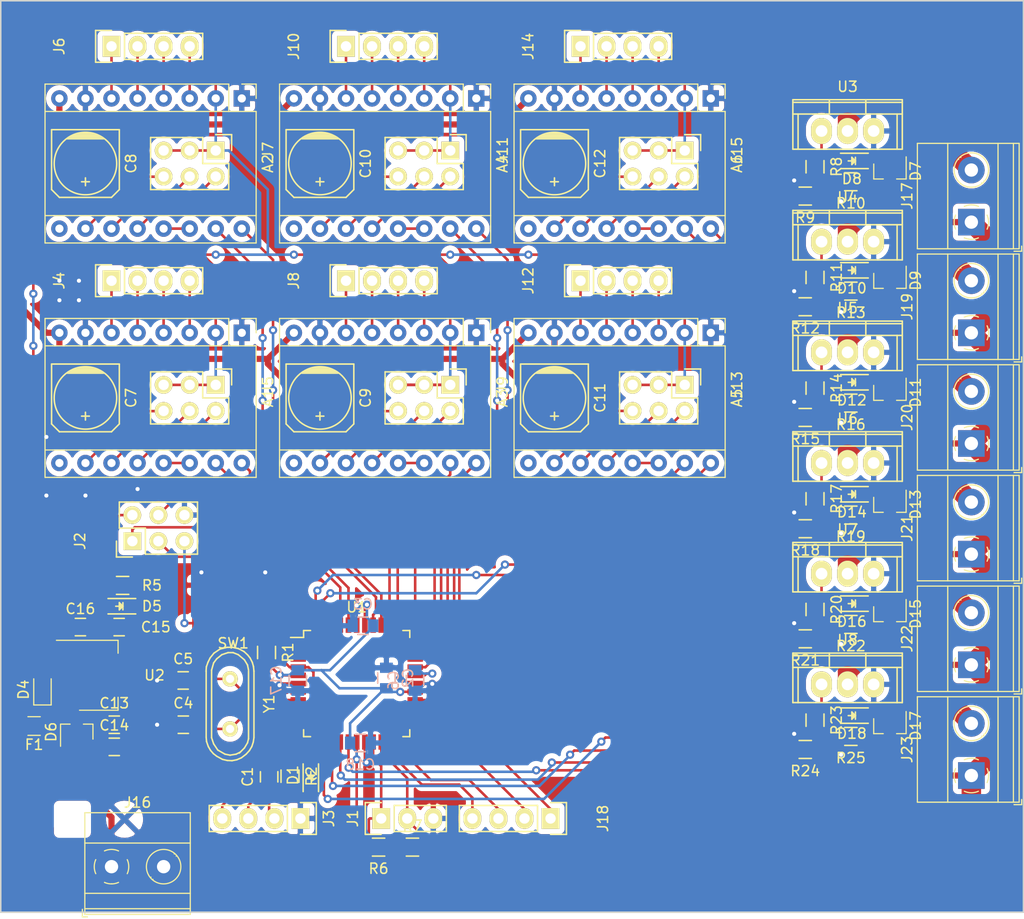
<source format=kicad_pcb>
(kicad_pcb (version 20171130) (host pcbnew "(5.1.4)-1")
  (layers (0 F.Cu signal) (31 B.Cu signal) (34 B.Paste user) (35 F.Paste user) (36 B.SilkS user) (37 F.SilkS user) (38 B.Mask user) (39 F.Mask user) (44 Edge.Cuts user))
  (net 0 "")
  (net 1 /MCU/DTR)
  (net 2 GND)
  (net 3 +3V3)
  (net 4 "Net-(C4-Pad2)")
  (net 5 "Net-(C5-Pad2)")
  (net 6 +12V)
  (net 7 STATUS_1)
  (net 8 "Net-(D1-Pad1)")
  (net 9 "Net-(D5-Pad1)")
  (net 10 /MCU/UART_RX)
  (net 11 /MCU/UART_TX)
  (net 12 "Net-(A1-Pad6)")
  (net 13 "Net-(A1-Pad5)")
  (net 14 "Net-(A1-Pad4)")
  (net 15 "Net-(A1-Pad3)")
  (net 16 "Net-(A1-Pad12)")
  (net 17 "Net-(A1-Pad11)")
  (net 18 "Net-(A1-Pad10)")
  (net 19 "Net-(A2-Pad6)")
  (net 20 "Net-(A2-Pad5)")
  (net 21 "Net-(A2-Pad4)")
  (net 22 "Net-(A2-Pad3)")
  (net 23 "Net-(A2-Pad10)")
  (net 24 "Net-(A2-Pad11)")
  (net 25 "Net-(A2-Pad12)")
  (net 26 "Net-(A3-Pad3)")
  (net 27 "Net-(A3-Pad4)")
  (net 28 "Net-(A3-Pad5)")
  (net 29 "Net-(A3-Pad6)")
  (net 30 "Net-(A3-Pad10)")
  (net 31 "Net-(A3-Pad11)")
  (net 32 "Net-(A3-Pad12)")
  (net 33 "Net-(A4-Pad3)")
  (net 34 "Net-(A4-Pad4)")
  (net 35 "Net-(A4-Pad5)")
  (net 36 "Net-(A4-Pad6)")
  (net 37 "Net-(A4-Pad12)")
  (net 38 "Net-(A4-Pad11)")
  (net 39 "Net-(A4-Pad10)")
  (net 40 "Net-(A5-Pad6)")
  (net 41 "Net-(A5-Pad5)")
  (net 42 "Net-(A5-Pad4)")
  (net 43 "Net-(A5-Pad3)")
  (net 44 "Net-(A5-Pad10)")
  (net 45 "Net-(A5-Pad11)")
  (net 46 "Net-(A5-Pad12)")
  (net 47 "Net-(A6-Pad3)")
  (net 48 "Net-(A6-Pad4)")
  (net 49 "Net-(A6-Pad5)")
  (net 50 "Net-(A6-Pad6)")
  (net 51 "Net-(A6-Pad12)")
  (net 52 "Net-(A6-Pad11)")
  (net 53 "Net-(A6-Pad10)")
  (net 54 /MCU/SCK)
  (net 55 /MCU/MISO)
  (net 56 /MCU/MOSI)
  (net 57 DIR_1)
  (net 58 STEP_1)
  (net 59 "Net-(A1-Pad13)")
  (net 60 DIR_2)
  (net 61 STEP_2)
  (net 62 "Net-(A2-Pad13)")
  (net 63 "Net-(A3-Pad13)")
  (net 64 STEP_3)
  (net 65 DIR_3)
  (net 66 DIR_4)
  (net 67 STEP_4)
  (net 68 "Net-(A4-Pad13)")
  (net 69 "Net-(A5-Pad13)")
  (net 70 STEP_5)
  (net 71 DIR_5)
  (net 72 "Net-(A6-Pad13)")
  (net 73 STEP_6)
  (net 74 DIR_6)
  (net 75 /MCU/AREF)
  (net 76 SCL)
  (net 77 SDA)
  (net 78 /MCU/GPIO_4)
  (net 79 /MCU/GPIO_3)
  (net 80 /MCU/GPIO_2)
  (net 81 /MCU/GPIO_1)
  (net 82 "Net-(C13-Pad1)")
  (net 83 "Net-(D6-Pad1)")
  (net 84 "Net-(D7-Pad2)")
  (net 85 "Net-(D8-Pad1)")
  (net 86 FET_1)
  (net 87 FET_2)
  (net 88 FET_3)
  (net 89 FET_4)
  (net 90 FET_5)
  (net 91 FET_6)
  (net 92 "Net-(R8-Pad1)")
  (net 93 RESET)
  (net 94 "Net-(A1-Pad9)")
  (net 95 "Net-(A2-Pad9)")
  (net 96 "Net-(A3-Pad9)")
  (net 97 "Net-(A4-Pad9)")
  (net 98 "Net-(A5-Pad9)")
  (net 99 "Net-(A6-Pad9)")
  (net 100 "Net-(D6-Pad2)")
  (net 101 "Net-(D7-Pad1)")
  (net 102 "Net-(D9-Pad1)")
  (net 103 "Net-(D9-Pad2)")
  (net 104 "Net-(D10-Pad1)")
  (net 105 "Net-(D11-Pad2)")
  (net 106 "Net-(D11-Pad1)")
  (net 107 "Net-(D12-Pad1)")
  (net 108 "Net-(D13-Pad1)")
  (net 109 "Net-(D13-Pad2)")
  (net 110 "Net-(D14-Pad1)")
  (net 111 "Net-(D15-Pad1)")
  (net 112 "Net-(D15-Pad2)")
  (net 113 "Net-(D16-Pad1)")
  (net 114 "Net-(D17-Pad2)")
  (net 115 "Net-(D17-Pad1)")
  (net 116 "Net-(D18-Pad1)")
  (net 117 "Net-(R11-Pad1)")
  (net 118 "Net-(R14-Pad1)")
  (net 119 "Net-(R17-Pad1)")
  (net 120 "Net-(R20-Pad1)")
  (net 121 "Net-(R23-Pad1)")
  (net 122 "Net-(U1-Pad11)")
  (net 123 "Net-(U1-Pad42)")
  (module Power_Integrations:TO-220 (layer F.Cu) (at 213.995 99.06)
    (fp_text reference U8 (at 0 -4.318) (layer F.SilkS))
    (fp_text value STP55NF06L)
    (pad 1 thru_hole oval (at -2.54 0) (size 2.032 2.54) (drill 1.143) (layers *.Cu *.Mask F.SilkS) (net 121 "Net-(R23-Pad1)"))
    (pad 3 thru_hole oval (at 2.54 0) (size 2.032 2.54) (drill 1.143) (layers *.Cu *.Mask F.SilkS) (net 2 GND))
    (pad 2 thru_hole oval (at 0 0) (size 2.032 2.54) (drill 1.143) (layers *.Cu *.Mask F.SilkS) (net 114 "Net-(D17-Pad2)"))
  )
  (module Power_Integrations:TO-220 (layer F.Cu) (at 213.995 88.265)
    (fp_text reference U7 (at 0 -4.318) (layer F.SilkS))
    (fp_text value STP55NF06L)
    (pad 1 thru_hole oval (at -2.54 0) (size 2.032 2.54) (drill 1.143) (layers *.Cu *.Mask F.SilkS) (net 120 "Net-(R20-Pad1)"))
    (pad 3 thru_hole oval (at 2.54 0) (size 2.032 2.54) (drill 1.143) (layers *.Cu *.Mask F.SilkS) (net 2 GND))
    (pad 2 thru_hole oval (at 0 0) (size 2.032 2.54) (drill 1.143) (layers *.Cu *.Mask F.SilkS) (net 112 "Net-(D15-Pad2)"))
  )
  (module Power_Integrations:TO-220 (layer F.Cu) (at 213.995 77.47)
    (fp_text reference U6 (at 0 -4.318) (layer F.SilkS))
    (fp_text value STP55NF06L)
    (pad 1 thru_hole oval (at -2.54 0) (size 2.032 2.54) (drill 1.143) (layers *.Cu *.Mask F.SilkS) (net 119 "Net-(R17-Pad1)"))
    (pad 3 thru_hole oval (at 2.54 0) (size 2.032 2.54) (drill 1.143) (layers *.Cu *.Mask F.SilkS) (net 2 GND))
    (pad 2 thru_hole oval (at 0 0) (size 2.032 2.54) (drill 1.143) (layers *.Cu *.Mask F.SilkS) (net 109 "Net-(D13-Pad2)"))
  )
  (module Power_Integrations:TO-220 (layer F.Cu) (at 213.995 66.675)
    (fp_text reference U5 (at 0 -4.318) (layer F.SilkS))
    (fp_text value STP55NF06L)
    (pad 1 thru_hole oval (at -2.54 0) (size 2.032 2.54) (drill 1.143) (layers *.Cu *.Mask F.SilkS) (net 118 "Net-(R14-Pad1)"))
    (pad 3 thru_hole oval (at 2.54 0) (size 2.032 2.54) (drill 1.143) (layers *.Cu *.Mask F.SilkS) (net 2 GND))
    (pad 2 thru_hole oval (at 0 0) (size 2.032 2.54) (drill 1.143) (layers *.Cu *.Mask F.SilkS) (net 105 "Net-(D11-Pad2)"))
  )
  (module Power_Integrations:TO-220 (layer F.Cu) (at 213.995 55.88)
    (fp_text reference U4 (at 0 -4.318) (layer F.SilkS))
    (fp_text value STP55NF06L)
    (pad 1 thru_hole oval (at -2.54 0) (size 2.032 2.54) (drill 1.143) (layers *.Cu *.Mask F.SilkS) (net 117 "Net-(R11-Pad1)"))
    (pad 3 thru_hole oval (at 2.54 0) (size 2.032 2.54) (drill 1.143) (layers *.Cu *.Mask F.SilkS) (net 2 GND))
    (pad 2 thru_hole oval (at 0 0) (size 2.032 2.54) (drill 1.143) (layers *.Cu *.Mask F.SilkS) (net 103 "Net-(D9-Pad2)"))
  )
  (module Resistors_SMD:R_0805 (layer F.Cu) (at 214.315 104.14 180)
    (fp_text reference R25 (at 0 -2.1) (layer F.SilkS))
    (fp_text value 200)
    (pad 2 smd rect (at 0.95 0 180) (size 0.7 1.3) (layers F.Cu F.Paste F.Mask) (net 2 GND))
    (pad 1 smd rect (at -0.95 0 180) (size 0.7 1.3) (layers F.Cu F.Paste F.Mask) (net 116 "Net-(D18-Pad1)"))
  )
  (module Resistors_SMD:R_0805 (layer F.Cu) (at 209.87 105.41 180)
    (fp_text reference R24 (at 0 -2.1) (layer F.SilkS))
    (fp_text value 100k)
    (pad 2 smd rect (at 0.95 0 180) (size 0.7 1.3) (layers F.Cu F.Paste F.Mask) (net 2 GND))
    (pad 1 smd rect (at -0.95 0 180) (size 0.7 1.3) (layers F.Cu F.Paste F.Mask) (net 91 FET_6))
  )
  (module Resistors_SMD:R_0805 (layer F.Cu) (at 210.82 102.55 270)
    (fp_text reference R23 (at 0 -2.1 90) (layer F.SilkS))
    (fp_text value 10)
    (pad 2 smd rect (at 0.95 0 270) (size 0.7 1.3) (layers F.Cu F.Paste F.Mask) (net 91 FET_6))
    (pad 1 smd rect (at -0.95 0 270) (size 0.7 1.3) (layers F.Cu F.Paste F.Mask) (net 121 "Net-(R23-Pad1)"))
  )
  (module Resistors_SMD:R_0805 (layer F.Cu) (at 214.315 93.218 180)
    (fp_text reference R22 (at 0 -2.1) (layer F.SilkS))
    (fp_text value 200)
    (pad 2 smd rect (at 0.95 0 180) (size 0.7 1.3) (layers F.Cu F.Paste F.Mask) (net 2 GND))
    (pad 1 smd rect (at -0.95 0 180) (size 0.7 1.3) (layers F.Cu F.Paste F.Mask) (net 113 "Net-(D16-Pad1)"))
  )
  (module Resistors_SMD:R_0805 (layer F.Cu) (at 209.87 94.615 180)
    (fp_text reference R21 (at 0 -2.1) (layer F.SilkS))
    (fp_text value 100k)
    (pad 2 smd rect (at 0.95 0 180) (size 0.7 1.3) (layers F.Cu F.Paste F.Mask) (net 2 GND))
    (pad 1 smd rect (at -0.95 0 180) (size 0.7 1.3) (layers F.Cu F.Paste F.Mask) (net 90 FET_5))
  )
  (module Resistors_SMD:R_0805 (layer F.Cu) (at 210.82 91.755 270)
    (fp_text reference R20 (at 0 -2.1 90) (layer F.SilkS))
    (fp_text value 10)
    (pad 2 smd rect (at 0.95 0 270) (size 0.7 1.3) (layers F.Cu F.Paste F.Mask) (net 90 FET_5))
    (pad 1 smd rect (at -0.95 0 270) (size 0.7 1.3) (layers F.Cu F.Paste F.Mask) (net 120 "Net-(R20-Pad1)"))
  )
  (module Resistors_SMD:R_0805 (layer F.Cu) (at 214.31 82.55 180)
    (fp_text reference R19 (at 0 -2.1) (layer F.SilkS))
    (fp_text value 200)
    (pad 2 smd rect (at 0.95 0 180) (size 0.7 1.3) (layers F.Cu F.Paste F.Mask) (net 2 GND))
    (pad 1 smd rect (at -0.95 0 180) (size 0.7 1.3) (layers F.Cu F.Paste F.Mask) (net 110 "Net-(D14-Pad1)"))
  )
  (module Resistors_SMD:R_0805 (layer F.Cu) (at 209.87 83.88 180)
    (fp_text reference R18 (at 0 -2.1) (layer F.SilkS))
    (fp_text value 100k)
    (pad 2 smd rect (at 0.95 0 180) (size 0.7 1.3) (layers F.Cu F.Paste F.Mask) (net 2 GND))
    (pad 1 smd rect (at -0.95 0 180) (size 0.7 1.3) (layers F.Cu F.Paste F.Mask) (net 89 FET_4))
  )
  (module Resistors_SMD:R_0805 (layer F.Cu) (at 210.82 80.96 270)
    (fp_text reference R17 (at 0 -2.1 90) (layer F.SilkS))
    (fp_text value 10)
    (pad 2 smd rect (at 0.95 0 270) (size 0.7 1.3) (layers F.Cu F.Paste F.Mask) (net 89 FET_4))
    (pad 1 smd rect (at -0.95 0 270) (size 0.7 1.3) (layers F.Cu F.Paste F.Mask) (net 119 "Net-(R17-Pad1)"))
  )
  (module Resistors_SMD:R_0805 (layer F.Cu) (at 214.31 71.628 180)
    (fp_text reference R16 (at 0 -2.1) (layer F.SilkS))
    (fp_text value 200)
    (pad 2 smd rect (at 0.95 0 180) (size 0.7 1.3) (layers F.Cu F.Paste F.Mask) (net 2 GND))
    (pad 1 smd rect (at -0.95 0 180) (size 0.7 1.3) (layers F.Cu F.Paste F.Mask) (net 107 "Net-(D12-Pad1)"))
  )
  (module Resistors_SMD:R_0805 (layer F.Cu) (at 209.865 73.025 180)
    (fp_text reference R15 (at 0 -2.1) (layer F.SilkS))
    (fp_text value 100k)
    (pad 2 smd rect (at 0.95 0 180) (size 0.7 1.3) (layers F.Cu F.Paste F.Mask) (net 2 GND))
    (pad 1 smd rect (at -0.95 0 180) (size 0.7 1.3) (layers F.Cu F.Paste F.Mask) (net 88 FET_3))
  )
  (module Resistors_SMD:R_0805 (layer F.Cu) (at 210.82 70.165 270)
    (fp_text reference R14 (at 0 -2.1 90) (layer F.SilkS))
    (fp_text value 10)
    (pad 2 smd rect (at 0.95 0 270) (size 0.7 1.3) (layers F.Cu F.Paste F.Mask) (net 88 FET_3))
    (pad 1 smd rect (at -0.95 0 270) (size 0.7 1.3) (layers F.Cu F.Paste F.Mask) (net 118 "Net-(R14-Pad1)"))
  )
  (module Resistors_SMD:R_0805 (layer F.Cu) (at 214.315 60.706 180)
    (fp_text reference R13 (at 0 -2.1) (layer F.SilkS))
    (fp_text value 200)
    (pad 2 smd rect (at 0.95 0 180) (size 0.7 1.3) (layers F.Cu F.Paste F.Mask) (net 2 GND))
    (pad 1 smd rect (at -0.95 0 180) (size 0.7 1.3) (layers F.Cu F.Paste F.Mask) (net 104 "Net-(D10-Pad1)"))
  )
  (module Resistors_SMD:R_0805 (layer F.Cu) (at 209.865 62.23 180)
    (fp_text reference R12 (at 0 -2.1) (layer F.SilkS))
    (fp_text value 100k)
    (pad 2 smd rect (at 0.95 0 180) (size 0.7 1.3) (layers F.Cu F.Paste F.Mask) (net 2 GND))
    (pad 1 smd rect (at -0.95 0 180) (size 0.7 1.3) (layers F.Cu F.Paste F.Mask) (net 87 FET_2))
  )
  (module Resistors_SMD:R_0805 (layer F.Cu) (at 210.82 59.37 270)
    (fp_text reference R11 (at 0 -2.1 90) (layer F.SilkS))
    (fp_text value 10)
    (pad 2 smd rect (at 0.95 0 270) (size 0.7 1.3) (layers F.Cu F.Paste F.Mask) (net 87 FET_2))
    (pad 1 smd rect (at -0.95 0 270) (size 0.7 1.3) (layers F.Cu F.Paste F.Mask) (net 117 "Net-(R11-Pad1)"))
  )
  (module TerminalBlock_Phoenix:TerminalBlock_Phoenix_MKDS-1,5-2-5.08_1x02_P5.08mm_Horizontal (layer F.Cu) (at 226.06 107.95 90)
    (fp_text reference J23 (at 2.54 -6.26 90) (layer F.SilkS))
    (fp_text value Screw_Terminal_01x02)
    (pad 2 thru_hole circle (at 5.08 0 90) (size 2.6 2.6) (drill 1.3) (layers *.Cu *.Mask) (net 114 "Net-(D17-Pad2)"))
    (pad 1 thru_hole rect (at 0 0 90) (size 2.6 2.6) (drill 1.3) (layers *.Cu *.Mask) (net 6 +12V))
  )
  (module TerminalBlock_Phoenix:TerminalBlock_Phoenix_MKDS-1,5-2-5.08_1x02_P5.08mm_Horizontal (layer F.Cu) (at 226.06 97.155 90)
    (fp_text reference J22 (at 2.54 -6.26 90) (layer F.SilkS))
    (fp_text value Screw_Terminal_01x02)
    (pad 2 thru_hole circle (at 5.08 0 90) (size 2.6 2.6) (drill 1.3) (layers *.Cu *.Mask) (net 112 "Net-(D15-Pad2)"))
    (pad 1 thru_hole rect (at 0 0 90) (size 2.6 2.6) (drill 1.3) (layers *.Cu *.Mask) (net 6 +12V))
  )
  (module TerminalBlock_Phoenix:TerminalBlock_Phoenix_MKDS-1,5-2-5.08_1x02_P5.08mm_Horizontal (layer F.Cu) (at 226.06 86.36 90)
    (fp_text reference J21 (at 2.54 -6.26 90) (layer F.SilkS))
    (fp_text value Screw_Terminal_01x02)
    (pad 2 thru_hole circle (at 5.08 0 90) (size 2.6 2.6) (drill 1.3) (layers *.Cu *.Mask) (net 109 "Net-(D13-Pad2)"))
    (pad 1 thru_hole rect (at 0 0 90) (size 2.6 2.6) (drill 1.3) (layers *.Cu *.Mask) (net 6 +12V))
  )
  (module TerminalBlock_Phoenix:TerminalBlock_Phoenix_MKDS-1,5-2-5.08_1x02_P5.08mm_Horizontal (layer F.Cu) (at 226.06 75.565 90)
    (fp_text reference J20 (at 2.54 -6.26 90) (layer F.SilkS))
    (fp_text value Screw_Terminal_01x02)
    (pad 2 thru_hole circle (at 5.08 0 90) (size 2.6 2.6) (drill 1.3) (layers *.Cu *.Mask) (net 105 "Net-(D11-Pad2)"))
    (pad 1 thru_hole rect (at 0 0 90) (size 2.6 2.6) (drill 1.3) (layers *.Cu *.Mask) (net 6 +12V))
  )
  (module TerminalBlock_Phoenix:TerminalBlock_Phoenix_MKDS-1,5-2-5.08_1x02_P5.08mm_Horizontal (layer F.Cu) (at 226.06 64.77 90)
    (fp_text reference J19 (at 2.54 -6.26 90) (layer F.SilkS))
    (fp_text value Screw_Terminal_01x02)
    (pad 2 thru_hole circle (at 5.08 0 90) (size 2.6 2.6) (drill 1.3) (layers *.Cu *.Mask) (net 103 "Net-(D9-Pad2)"))
    (pad 1 thru_hole rect (at 0 0 90) (size 2.6 2.6) (drill 1.3) (layers *.Cu *.Mask) (net 6 +12V))
  )
  (module LEDs:LED_0805 (layer F.Cu) (at 214.40902 102.108 180)
    (fp_text reference D18 (at 0 -1.75) (layer F.SilkS))
    (fp_text value LED)
    (pad 1 smd rect (at -1.04902 0) (size 1.19888 1.19888) (layers F.Cu F.Paste F.Mask) (net 116 "Net-(D18-Pad1)"))
    (pad 2 smd rect (at 1.04902 0) (size 1.19888 1.19888) (layers F.Cu F.Paste F.Mask) (net 91 FET_6))
  )
  (module Package_TO_SOT_SMD:SOT-23 (layer F.Cu) (at 218.12 103.108 270)
    (fp_text reference D17 (at 0 -2.5 90) (layer F.SilkS))
    (fp_text value BAV99)
    (pad 3 smd rect (at 1 0 270) (size 0.9 0.8) (layers F.Cu F.Paste F.Mask) (net 6 +12V))
    (pad 2 smd rect (at -1 0.95 270) (size 0.9 0.8) (layers F.Cu F.Paste F.Mask) (net 114 "Net-(D17-Pad2)"))
    (pad 1 smd rect (at -1 -0.95 270) (size 0.9 0.8) (layers F.Cu F.Paste F.Mask) (net 115 "Net-(D17-Pad1)"))
  )
  (module LEDs:LED_0805 (layer F.Cu) (at 214.40902 91.186 180)
    (fp_text reference D16 (at 0 -1.75) (layer F.SilkS))
    (fp_text value LED)
    (pad 1 smd rect (at -1.04902 0) (size 1.19888 1.19888) (layers F.Cu F.Paste F.Mask) (net 113 "Net-(D16-Pad1)"))
    (pad 2 smd rect (at 1.04902 0) (size 1.19888 1.19888) (layers F.Cu F.Paste F.Mask) (net 90 FET_5))
  )
  (module Package_TO_SOT_SMD:SOT-23 (layer F.Cu) (at 218.12 92.186 270)
    (fp_text reference D15 (at 0 -2.5 90) (layer F.SilkS))
    (fp_text value BAV99)
    (pad 3 smd rect (at 1 0 270) (size 0.9 0.8) (layers F.Cu F.Paste F.Mask) (net 6 +12V))
    (pad 2 smd rect (at -1 0.95 270) (size 0.9 0.8) (layers F.Cu F.Paste F.Mask) (net 112 "Net-(D15-Pad2)"))
    (pad 1 smd rect (at -1 -0.95 270) (size 0.9 0.8) (layers F.Cu F.Paste F.Mask) (net 111 "Net-(D15-Pad1)"))
  )
  (module LEDs:LED_0805 (layer F.Cu) (at 214.40902 80.518 180)
    (fp_text reference D14 (at 0 -1.75) (layer F.SilkS))
    (fp_text value LED)
    (pad 1 smd rect (at -1.04902 0) (size 1.19888 1.19888) (layers F.Cu F.Paste F.Mask) (net 110 "Net-(D14-Pad1)"))
    (pad 2 smd rect (at 1.04902 0) (size 1.19888 1.19888) (layers F.Cu F.Paste F.Mask) (net 89 FET_4))
  )
  (module Package_TO_SOT_SMD:SOT-23 (layer F.Cu) (at 218.12 81.518 270)
    (fp_text reference D13 (at 0 -2.5 90) (layer F.SilkS))
    (fp_text value BAV99)
    (pad 3 smd rect (at 1 0 270) (size 0.9 0.8) (layers F.Cu F.Paste F.Mask) (net 6 +12V))
    (pad 2 smd rect (at -1 0.95 270) (size 0.9 0.8) (layers F.Cu F.Paste F.Mask) (net 109 "Net-(D13-Pad2)"))
    (pad 1 smd rect (at -1 -0.95 270) (size 0.9 0.8) (layers F.Cu F.Paste F.Mask) (net 108 "Net-(D13-Pad1)"))
  )
  (module LEDs:LED_0805 (layer F.Cu) (at 214.40902 69.596 180)
    (fp_text reference D12 (at 0 -1.75) (layer F.SilkS))
    (fp_text value LED)
    (pad 1 smd rect (at -1.04902 0) (size 1.19888 1.19888) (layers F.Cu F.Paste F.Mask) (net 107 "Net-(D12-Pad1)"))
    (pad 2 smd rect (at 1.04902 0) (size 1.19888 1.19888) (layers F.Cu F.Paste F.Mask) (net 88 FET_3))
  )
  (module Package_TO_SOT_SMD:SOT-23 (layer F.Cu) (at 218.12 70.596 270)
    (fp_text reference D11 (at 0 -2.5 90) (layer F.SilkS))
    (fp_text value BAV99)
    (pad 3 smd rect (at 1 0 270) (size 0.9 0.8) (layers F.Cu F.Paste F.Mask) (net 6 +12V))
    (pad 2 smd rect (at -1 0.95 270) (size 0.9 0.8) (layers F.Cu F.Paste F.Mask) (net 105 "Net-(D11-Pad2)"))
    (pad 1 smd rect (at -1 -0.95 270) (size 0.9 0.8) (layers F.Cu F.Paste F.Mask) (net 106 "Net-(D11-Pad1)"))
  )
  (module LEDs:LED_0805 (layer F.Cu) (at 214.40902 58.674 180)
    (fp_text reference D10 (at 0 -1.75) (layer F.SilkS))
    (fp_text value LED)
    (pad 1 smd rect (at -1.04902 0) (size 1.19888 1.19888) (layers F.Cu F.Paste F.Mask) (net 104 "Net-(D10-Pad1)"))
    (pad 2 smd rect (at 1.04902 0) (size 1.19888 1.19888) (layers F.Cu F.Paste F.Mask) (net 87 FET_2))
  )
  (module Package_TO_SOT_SMD:SOT-23 (layer F.Cu) (at 218.125 59.674 270)
    (fp_text reference D9 (at 0 -2.5 90) (layer F.SilkS))
    (fp_text value BAV99)
    (pad 3 smd rect (at 1 0 270) (size 0.9 0.8) (layers F.Cu F.Paste F.Mask) (net 6 +12V))
    (pad 2 smd rect (at -1 0.95 270) (size 0.9 0.8) (layers F.Cu F.Paste F.Mask) (net 103 "Net-(D9-Pad2)"))
    (pad 1 smd rect (at -1 -0.95 270) (size 0.9 0.8) (layers F.Cu F.Paste F.Mask) (net 102 "Net-(D9-Pad1)"))
  )
  (module TerminalBlock_Phoenix:TerminalBlock_Phoenix_MKDS-1,5-2-5.08_1x02_P5.08mm_Horizontal (layer F.Cu) (at 142.24 116.84)
    (fp_text reference J16 (at 2.54 -6.26) (layer F.SilkS))
    (fp_text value Screw_Terminal_01x02)
    (pad 2 thru_hole circle (at 5.08 0) (size 2.6 2.6) (drill 1.3) (layers *.Cu *.Mask) (net 2 GND))
    (pad 1 thru_hole rect (at 0 0) (size 2.6 2.6) (drill 1.3) (layers *.Cu *.Mask) (net 6 +12V))
  )
  (module Package_TO_SOT_SMD:SOT-23 (layer F.Cu) (at 138.8516 103.6988 90)
    (fp_text reference D6 (at 0 -2.5 90) (layer F.SilkS))
    (fp_text value BAT54C)
    (pad 1 smd rect (at -1 -0.95 90) (size 0.9 0.8) (layers F.Cu F.Paste F.Mask) (net 83 "Net-(D6-Pad1)"))
    (pad 2 smd rect (at -1 0.95 90) (size 0.9 0.8) (layers F.Cu F.Paste F.Mask) (net 100 "Net-(D6-Pad2)"))
    (pad 3 smd rect (at 1 0 90) (size 0.9 0.8) (layers F.Cu F.Paste F.Mask) (net 82 "Net-(C13-Pad1)"))
  )
  (module Fuse:Fuse_1206_3216Metric (layer F.Cu) (at 134.6932 103.124 180)
    (fp_text reference F1 (at 0 -1.82) (layer F.SilkS))
    (fp_text value 0.25A)
    (pad 2 smd roundrect (at 1.4 0 180) (size 1.25 1.75) (layers F.Cu F.Paste F.Mask) (roundrect_rratio 0.2) (net 6 +12V))
    (pad 1 smd roundrect (at -1.4 0 180) (size 1.25 1.75) (layers F.Cu F.Paste F.Mask) (roundrect_rratio 0.2) (net 83 "Net-(D6-Pad1)"))
  )
  (module Resistors_SMD:R_0805 (layer F.Cu) (at 210.82 48.575 270)
    (fp_text reference R8 (at 0 -2.1 90) (layer F.SilkS))
    (fp_text value 10)
    (pad 2 smd rect (at 0.95 0 270) (size 0.7 1.3) (layers F.Cu F.Paste F.Mask) (net 86 FET_1))
    (pad 1 smd rect (at -0.95 0 270) (size 0.7 1.3) (layers F.Cu F.Paste F.Mask) (net 92 "Net-(R8-Pad1)"))
  )
  (module Power_Integrations:TO-220 (layer F.Cu) (at 213.995 45.085)
    (fp_text reference U3 (at 0 -4.318) (layer F.SilkS))
    (fp_text value STP55NF06L)
    (pad 1 thru_hole oval (at -2.54 0) (size 2.032 2.54) (drill 1.143) (layers *.Cu *.Mask F.SilkS) (net 92 "Net-(R8-Pad1)"))
    (pad 3 thru_hole oval (at 2.54 0) (size 2.032 2.54) (drill 1.143) (layers *.Cu *.Mask F.SilkS) (net 2 GND))
    (pad 2 thru_hole oval (at 0 0) (size 2.032 2.54) (drill 1.143) (layers *.Cu *.Mask F.SilkS) (net 84 "Net-(D7-Pad2)"))
  )
  (module Resistors_SMD:R_0805 (layer F.Cu) (at 214.31 50.038 180)
    (fp_text reference R10 (at 0 -2.1) (layer F.SilkS))
    (fp_text value 200)
    (pad 2 smd rect (at 0.95 0 180) (size 0.7 1.3) (layers F.Cu F.Paste F.Mask) (net 2 GND))
    (pad 1 smd rect (at -0.95 0 180) (size 0.7 1.3) (layers F.Cu F.Paste F.Mask) (net 85 "Net-(D8-Pad1)"))
  )
  (module Resistors_SMD:R_0805 (layer F.Cu) (at 209.87 51.435 180)
    (fp_text reference R9 (at 0 -2.1) (layer F.SilkS))
    (fp_text value 100k)
    (pad 2 smd rect (at 0.95 0 180) (size 0.7 1.3) (layers F.Cu F.Paste F.Mask) (net 2 GND))
    (pad 1 smd rect (at -0.95 0 180) (size 0.7 1.3) (layers F.Cu F.Paste F.Mask) (net 86 FET_1))
  )
  (module TerminalBlock_Phoenix:TerminalBlock_Phoenix_MKDS-1,5-2-5.08_1x02_P5.08mm_Horizontal (layer F.Cu) (at 226.06 53.975 90)
    (fp_text reference J17 (at 2.54 -6.26 90) (layer F.SilkS))
    (fp_text value Screw_Terminal_01x02)
    (pad 2 thru_hole circle (at 5.08 0 90) (size 2.6 2.6) (drill 1.3) (layers *.Cu *.Mask) (net 84 "Net-(D7-Pad2)"))
    (pad 1 thru_hole rect (at 0 0 90) (size 2.6 2.6) (drill 1.3) (layers *.Cu *.Mask) (net 6 +12V))
  )
  (module Pin_Headers:Pin_Header_Straight_2x03 (layer F.Cu) (at 144.272 85.09 90)
    (fp_text reference J2 (at 0 -5.1 90) (layer F.SilkS))
    (fp_text value "SPI Header")
    (pad 6 thru_hole oval (at 2.54 5.08 90) (size 1.7272 1.7272) (drill 1.016) (layers *.Cu *.Mask F.SilkS) (net 2 GND))
    (pad 5 thru_hole oval (at 0 5.08 90) (size 1.7272 1.7272) (drill 1.016) (layers *.Cu *.Mask F.SilkS) (net 93 RESET))
    (pad 4 thru_hole oval (at 2.54 2.54 90) (size 1.7272 1.7272) (drill 1.016) (layers *.Cu *.Mask F.SilkS) (net 56 /MCU/MOSI))
    (pad 3 thru_hole oval (at 0 2.54 90) (size 1.7272 1.7272) (drill 1.016) (layers *.Cu *.Mask F.SilkS) (net 54 /MCU/SCK))
    (pad 2 thru_hole oval (at 2.54 0 90) (size 1.7272 1.7272) (drill 1.016) (layers *.Cu *.Mask F.SilkS) (net 3 +3V3))
    (pad 1 thru_hole rect (at 0 0 90) (size 1.7272 1.7272) (drill 1.016) (layers *.Cu *.Mask F.SilkS) (net 55 /MCU/MISO))
  )
  (module LEDs:LED_0805 (layer F.Cu) (at 214.40902 48.006 180)
    (fp_text reference D8 (at 0 -1.75) (layer F.SilkS))
    (fp_text value LED)
    (pad 1 smd rect (at -1.04902 0) (size 1.19888 1.19888) (layers F.Cu F.Paste F.Mask) (net 85 "Net-(D8-Pad1)"))
    (pad 2 smd rect (at 1.04902 0) (size 1.19888 1.19888) (layers F.Cu F.Paste F.Mask) (net 86 FET_1))
  )
  (module Package_TO_SOT_SMD:SOT-23 (layer F.Cu) (at 218.125 49.006 270)
    (fp_text reference D7 (at 0 -2.5 90) (layer F.SilkS))
    (fp_text value BAV99)
    (pad 1 smd rect (at -1 -0.95 270) (size 0.9 0.8) (layers F.Cu F.Paste F.Mask) (net 101 "Net-(D7-Pad1)"))
    (pad 2 smd rect (at -1 0.95 270) (size 0.9 0.8) (layers F.Cu F.Paste F.Mask) (net 84 "Net-(D7-Pad2)"))
    (pad 3 smd rect (at 1 0 270) (size 0.9 0.8) (layers F.Cu F.Paste F.Mask) (net 6 +12V))
  )
  (module Package_TO_SOT_SMD:SOT-223-3_TabPin2 (layer F.Cu) (at 140.97 98.171)
    (fp_text reference U2 (at 5.461 0) (layer F.SilkS))
    (fp_text value TLV1117-33)
    (pad 1 smd rect (at -3.15 -2.3) (size 2 1.5) (layers F.Cu F.Paste F.Mask) (net 2 GND))
    (pad 3 smd rect (at -3.15 2.3) (size 2 1.5) (layers F.Cu F.Paste F.Mask) (net 82 "Net-(C13-Pad1)"))
    (pad 2 smd rect (at -3.15 0) (size 2 1.5) (layers F.Cu F.Paste F.Mask) (net 3 +3V3))
    (pad 2 smd rect (at 3.15 0) (size 2 3.8) (layers F.Cu F.Paste F.Mask) (net 3 +3V3))
  )
  (module Module:Pololu_Breakout-16_15.2x20.3mm (layer F.Cu) (at 200.66 64.77 270)
    (fp_text reference A5 (at 6.35 -2.54 90) (layer F.SilkS))
    (fp_text value Pololu_Breakout_A4988)
    (pad 1 thru_hole rect (at 0 0 270) (size 1.6 1.6) (drill 0.8) (layers *.Cu *.Mask) (net 2 GND))
    (pad 9 thru_hole oval (at 12.7 17.78 270) (size 1.6 1.6) (drill 0.8) (layers *.Cu *.Mask) (net 98 "Net-(A5-Pad9)"))
    (pad 2 thru_hole oval (at 0 2.54 270) (size 1.6 1.6) (drill 0.8) (layers *.Cu *.Mask) (net 3 +3V3))
    (pad 10 thru_hole oval (at 12.7 15.24 270) (size 1.6 1.6) (drill 0.8) (layers *.Cu *.Mask) (net 44 "Net-(A5-Pad10)"))
    (pad 3 thru_hole oval (at 0 5.08 270) (size 1.6 1.6) (drill 0.8) (layers *.Cu *.Mask) (net 43 "Net-(A5-Pad3)"))
    (pad 11 thru_hole oval (at 12.7 12.7 270) (size 1.6 1.6) (drill 0.8) (layers *.Cu *.Mask) (net 45 "Net-(A5-Pad11)"))
    (pad 4 thru_hole oval (at 0 7.62 270) (size 1.6 1.6) (drill 0.8) (layers *.Cu *.Mask) (net 42 "Net-(A5-Pad4)"))
    (pad 12 thru_hole oval (at 12.7 10.16 270) (size 1.6 1.6) (drill 0.8) (layers *.Cu *.Mask) (net 46 "Net-(A5-Pad12)"))
    (pad 5 thru_hole oval (at 0 10.16 270) (size 1.6 1.6) (drill 0.8) (layers *.Cu *.Mask) (net 41 "Net-(A5-Pad5)"))
    (pad 13 thru_hole oval (at 12.7 7.62 270) (size 1.6 1.6) (drill 0.8) (layers *.Cu *.Mask) (net 69 "Net-(A5-Pad13)"))
    (pad 6 thru_hole oval (at 0 12.7 270) (size 1.6 1.6) (drill 0.8) (layers *.Cu *.Mask) (net 40 "Net-(A5-Pad6)"))
    (pad 14 thru_hole oval (at 12.7 5.08 270) (size 1.6 1.6) (drill 0.8) (layers *.Cu *.Mask) (net 69 "Net-(A5-Pad13)"))
    (pad 7 thru_hole oval (at 0 15.24 270) (size 1.6 1.6) (drill 0.8) (layers *.Cu *.Mask) (net 2 GND))
    (pad 15 thru_hole oval (at 12.7 2.54 270) (size 1.6 1.6) (drill 0.8) (layers *.Cu *.Mask) (net 70 STEP_5))
    (pad 8 thru_hole oval (at 0 17.78 270) (size 1.6 1.6) (drill 0.8) (layers *.Cu *.Mask) (net 6 +12V))
    (pad 16 thru_hole oval (at 12.7 0 270) (size 1.6 1.6) (drill 0.8) (layers *.Cu *.Mask) (net 71 DIR_5))
  )
  (module Diode_SMD:D_SOD-323 (layer F.Cu) (at 135.509 99.568 90)
    (fp_text reference D4 (at 0 -1.85 90) (layer F.SilkS))
    (fp_text value 1n4148)
    (pad 2 smd rect (at 1.05 0 90) (size 0.6 0.45) (layers F.Cu F.Paste F.Mask) (net 3 +3V3))
    (pad 1 smd rect (at -1.05 0 90) (size 0.6 0.45) (layers F.Cu F.Paste F.Mask) (net 82 "Net-(C13-Pad1)"))
  )
  (module Capacitors_SMD:c_elec_6.3x5.3 (layer F.Cu) (at 185.42 48.26 270)
    (fp_text reference C12 (at 0 -4.445 90) (layer F.SilkS))
    (fp_text value CP)
    (pad 2 smd rect (at -2.75082 0 270) (size 3.59918 1.6002) (layers F.Cu F.Paste F.Mask) (net 2 GND))
    (pad 1 smd rect (at 2.75082 0 270) (size 3.59918 1.6002) (layers F.Cu F.Paste F.Mask) (net 6 +12V))
  )
  (module Capacitors_SMD:c_elec_6.3x5.3 (layer F.Cu) (at 185.42 71.12 270)
    (fp_text reference C11 (at 0 -4.445 90) (layer F.SilkS))
    (fp_text value CP)
    (pad 2 smd rect (at -2.75082 0 270) (size 3.59918 1.6002) (layers F.Cu F.Paste F.Mask) (net 2 GND))
    (pad 1 smd rect (at 2.75082 0 270) (size 3.59918 1.6002) (layers F.Cu F.Paste F.Mask) (net 6 +12V))
  )
  (module Capacitors_SMD:c_elec_6.3x5.3 (layer F.Cu) (at 162.56 48.26 270)
    (fp_text reference C10 (at 0 -4.445 90) (layer F.SilkS))
    (fp_text value CP)
    (pad 2 smd rect (at -2.75082 0 270) (size 3.59918 1.6002) (layers F.Cu F.Paste F.Mask) (net 2 GND))
    (pad 1 smd rect (at 2.75082 0 270) (size 3.59918 1.6002) (layers F.Cu F.Paste F.Mask) (net 6 +12V))
  )
  (module Capacitors_SMD:c_elec_6.3x5.3 (layer F.Cu) (at 162.56 71.12 270)
    (fp_text reference C9 (at 0 -4.445 90) (layer F.SilkS))
    (fp_text value CP)
    (pad 2 smd rect (at -2.75082 0 270) (size 3.59918 1.6002) (layers F.Cu F.Paste F.Mask) (net 2 GND))
    (pad 1 smd rect (at 2.75082 0 270) (size 3.59918 1.6002) (layers F.Cu F.Paste F.Mask) (net 6 +12V))
  )
  (module Capacitors_SMD:c_elec_6.3x5.3 (layer F.Cu) (at 139.7 48.26 270)
    (fp_text reference C8 (at 0 -4.445 90) (layer F.SilkS))
    (fp_text value CP)
    (pad 2 smd rect (at -2.75082 0 270) (size 3.59918 1.6002) (layers F.Cu F.Paste F.Mask) (net 2 GND))
    (pad 1 smd rect (at 2.75082 0 270) (size 3.59918 1.6002) (layers F.Cu F.Paste F.Mask) (net 6 +12V))
  )
  (module Capacitors_SMD:c_elec_6.3x5.3 (layer F.Cu) (at 139.7 71.12 270)
    (fp_text reference C7 (at 0 -4.445 90) (layer F.SilkS))
    (fp_text value CP)
    (pad 2 smd rect (at -2.75082 0 270) (size 3.59918 1.6002) (layers F.Cu F.Paste F.Mask) (net 2 GND))
    (pad 1 smd rect (at 2.75082 0 270) (size 3.59918 1.6002) (layers F.Cu F.Paste F.Mask) (net 6 +12V))
  )
  (module Crystals:Crystal_HC49-U_Vertical (layer F.Cu) (at 153.797 100.965 270)
    (fp_text reference Y1 (at 0 -3.81 90) (layer F.SilkS))
    (fp_text value 16MHz)
    (pad 2 thru_hole circle (at 2.44094 0 270) (size 1.50114 1.50114) (drill 0.8001) (layers *.Cu *.Mask F.SilkS) (net 4 "Net-(C4-Pad2)"))
    (pad 1 thru_hole circle (at -2.44094 0 270) (size 1.50114 1.50114) (drill 0.8001) (layers *.Cu *.Mask F.SilkS) (net 5 "Net-(C5-Pad2)"))
  )
  (module Resistors_SMD:R_0805 (layer F.Cu) (at 171.577 114.935)
    (fp_text reference R7 (at 0 -2.1) (layer F.SilkS))
    (fp_text value 4k7)
    (pad 2 smd rect (at 0.95 0) (size 0.7 1.3) (layers F.Cu F.Paste F.Mask) (net 77 SDA))
    (pad 1 smd rect (at -0.95 0) (size 0.7 1.3) (layers F.Cu F.Paste F.Mask) (net 3 +3V3))
  )
  (module Resistors_SMD:R_0805 (layer F.Cu) (at 168.275 114.935 180)
    (fp_text reference R6 (at 0 -2.1) (layer F.SilkS))
    (fp_text value 4k7)
    (pad 2 smd rect (at 0.95 0 180) (size 0.7 1.3) (layers F.Cu F.Paste F.Mask) (net 76 SCL))
    (pad 1 smd rect (at -0.95 0 180) (size 0.7 1.3) (layers F.Cu F.Paste F.Mask) (net 3 +3V3))
  )
  (module Resistors_SMD:R_0805 (layer F.Cu) (at 143.322 89.408 180)
    (fp_text reference R5 (at -2.855 0) (layer F.SilkS))
    (fp_text value 200)
    (pad 2 smd rect (at 0.95 0 180) (size 0.7 1.3) (layers F.Cu F.Paste F.Mask) (net 2 GND))
    (pad 1 smd rect (at -0.95 0 180) (size 0.7 1.3) (layers F.Cu F.Paste F.Mask) (net 9 "Net-(D5-Pad1)"))
  )
  (module Resistors_SMD:R_0805 (layer F.Cu) (at 159.639 108.016 270)
    (fp_text reference R2 (at 0 -2.1 90) (layer F.SilkS))
    (fp_text value 200)
    (pad 2 smd rect (at 0.95 0 270) (size 0.7 1.3) (layers F.Cu F.Paste F.Mask) (net 2 GND))
    (pad 1 smd rect (at -0.95 0 270) (size 0.7 1.3) (layers F.Cu F.Paste F.Mask) (net 8 "Net-(D1-Pad1)"))
  )
  (module Resistors_SMD:R_0805 (layer F.Cu) (at 157.353 95.951 270)
    (fp_text reference R1 (at 0 -2.1 90) (layer F.SilkS))
    (fp_text value 10k)
    (pad 2 smd rect (at 0.95 0 270) (size 0.7 1.3) (layers F.Cu F.Paste F.Mask) (net 3 +3V3))
    (pad 1 smd rect (at -0.95 0 270) (size 0.7 1.3) (layers F.Cu F.Paste F.Mask) (net 93 RESET))
  )
  (module LEDs:LED_0805 (layer F.Cu) (at 143.002 91.44 180)
    (fp_text reference D5 (at -3.175 0) (layer F.SilkS))
    (fp_text value "3.3V PWR")
    (pad 1 smd rect (at -1.04902 0) (size 1.19888 1.19888) (layers F.Cu F.Paste F.Mask) (net 9 "Net-(D5-Pad1)"))
    (pad 2 smd rect (at 1.04902 0) (size 1.19888 1.19888) (layers F.Cu F.Paste F.Mask) (net 3 +3V3))
  )
  (module LEDs:LED_0805 (layer F.Cu) (at 161.671 107.91698 90)
    (fp_text reference D1 (at 0 -1.75 90) (layer F.SilkS))
    (fp_text value "Status 1")
    (pad 1 smd rect (at -1.04902 0 270) (size 1.19888 1.19888) (layers F.Cu F.Paste F.Mask) (net 8 "Net-(D1-Pad1)"))
    (pad 2 smd rect (at 1.04902 0 270) (size 1.19888 1.19888) (layers F.Cu F.Paste F.Mask) (net 7 STATUS_1))
  )
  (module Capacitors_SMD:C_0805 (layer B.Cu) (at 166.497 104.775)
    (fp_text reference C18 (at 0 2.1) (layer B.SilkS) (effects (justify mirror)))
    (fp_text value 100n)
    (pad 2 smd rect (at 1 0) (size 1 1.25) (layers B.Cu B.Paste B.Mask) (net 2 GND))
    (pad 1 smd rect (at -1 0) (size 1 1.25) (layers B.Cu B.Paste B.Mask) (net 3 +3V3))
  )
  (module Capacitors_SMD:C_0805 (layer B.Cu) (at 160.401 98.679 270)
    (fp_text reference C17 (at 0 2.1 90) (layer B.SilkS) (effects (justify mirror)))
    (fp_text value 100n)
    (pad 2 smd rect (at 1 0 270) (size 1 1.25) (layers B.Cu B.Paste B.Mask) (net 2 GND))
    (pad 1 smd rect (at -1 0 270) (size 1 1.25) (layers B.Cu B.Paste B.Mask) (net 3 +3V3))
  )
  (module Capacitors_SMD:C_0805 (layer F.Cu) (at 139.208 93.472 180)
    (fp_text reference C16 (at 0 1.778) (layer F.SilkS))
    (fp_text value 100n)
    (pad 2 smd rect (at 1 0 180) (size 1 1.25) (layers F.Cu F.Paste F.Mask) (net 2 GND))
    (pad 1 smd rect (at -1 0 180) (size 1 1.25) (layers F.Cu F.Paste F.Mask) (net 3 +3V3))
  )
  (module Capacitors_SMD:C_0805 (layer F.Cu) (at 142.986 93.472)
    (fp_text reference C15 (at 3.572 0) (layer F.SilkS))
    (fp_text value 10u)
    (pad 2 smd rect (at 1 0) (size 1 1.25) (layers F.Cu F.Paste F.Mask) (net 2 GND))
    (pad 1 smd rect (at -1 0) (size 1 1.25) (layers F.Cu F.Paste F.Mask) (net 3 +3V3))
  )
  (module Capacitors_SMD:C_0805 (layer F.Cu) (at 142.51 105.156)
    (fp_text reference C14 (at 0 -2.1) (layer F.SilkS))
    (fp_text value 100n)
    (pad 2 smd rect (at 1 0) (size 1 1.25) (layers F.Cu F.Paste F.Mask) (net 2 GND))
    (pad 1 smd rect (at -1 0) (size 1 1.25) (layers F.Cu F.Paste F.Mask) (net 82 "Net-(C13-Pad1)"))
  )
  (module Capacitors_SMD:C_0805 (layer F.Cu) (at 142.51 102.997)
    (fp_text reference C13 (at 0 -2.1) (layer F.SilkS))
    (fp_text value 10u)
    (pad 2 smd rect (at 1 0) (size 1 1.25) (layers F.Cu F.Paste F.Mask) (net 2 GND))
    (pad 1 smd rect (at -1 0) (size 1 1.25) (layers F.Cu F.Paste F.Mask) (net 82 "Net-(C13-Pad1)"))
  )
  (module Capacitors_SMD:C_0805 (layer B.Cu) (at 171.831 98.679 270)
    (fp_text reference C6 (at 0 2.1 270) (layer B.SilkS) (effects (justify mirror)))
    (fp_text value 100n)
    (pad 2 smd rect (at 1 0 270) (size 1 1.25) (layers B.Cu B.Paste B.Mask) (net 2 GND))
    (pad 1 smd rect (at -1 0 270) (size 1 1.25) (layers B.Cu B.Paste B.Mask) (net 75 /MCU/AREF))
  )
  (module Capacitors_SMD:C_0805 (layer F.Cu) (at 149.225 98.679)
    (fp_text reference C5 (at 0 -2.1) (layer F.SilkS))
    (fp_text value 22p)
    (pad 2 smd rect (at 1 0) (size 1 1.25) (layers F.Cu F.Paste F.Mask) (net 5 "Net-(C5-Pad2)"))
    (pad 1 smd rect (at -1 0) (size 1 1.25) (layers F.Cu F.Paste F.Mask) (net 2 GND))
  )
  (module Capacitors_SMD:C_0805 (layer F.Cu) (at 149.241 102.997)
    (fp_text reference C4 (at 0 -2.1) (layer F.SilkS))
    (fp_text value 22p)
    (pad 2 smd rect (at 1 0) (size 1 1.25) (layers F.Cu F.Paste F.Mask) (net 4 "Net-(C4-Pad2)"))
    (pad 1 smd rect (at -1 0) (size 1 1.25) (layers F.Cu F.Paste F.Mask) (net 2 GND))
  )
  (module Capacitors_SMD:C_0805 (layer B.Cu) (at 166.751 93.345 180)
    (fp_text reference C3 (at 0 2.1) (layer B.SilkS) (effects (justify mirror)))
    (fp_text value 100n)
    (pad 2 smd rect (at 1 0 180) (size 1 1.25) (layers B.Cu B.Paste B.Mask) (net 2 GND))
    (pad 1 smd rect (at -1 0 180) (size 1 1.25) (layers B.Cu B.Paste B.Mask) (net 3 +3V3))
  )
  (module Capacitors_SMD:C_0805 (layer B.Cu) (at 169.037 98.441 90)
    (fp_text reference C2 (at 0 2.1 90) (layer B.SilkS) (effects (justify mirror)))
    (fp_text value 100n)
    (pad 2 smd rect (at 1 0 90) (size 1 1.25) (layers B.Cu B.Paste B.Mask) (net 2 GND))
    (pad 1 smd rect (at -1 0 90) (size 1 1.25) (layers B.Cu B.Paste B.Mask) (net 3 +3V3))
  )
  (module Capacitors_SMD:C_0805 (layer F.Cu) (at 157.607 108.077 90)
    (fp_text reference C1 (at 0 -2.1 90) (layer F.SilkS))
    (fp_text value 100n)
    (pad 2 smd rect (at 1 0 90) (size 1 1.25) (layers F.Cu F.Paste F.Mask) (net 93 RESET))
    (pad 1 smd rect (at -1 0 90) (size 1 1.25) (layers F.Cu F.Paste F.Mask) (net 1 /MCU/DTR))
  )
  (module Pin_Headers:Pin_Header_Straight_2x03 (layer F.Cu) (at 198.12 46.99 270)
    (fp_text reference J15 (at 0 -5.1 90) (layer F.SilkS))
    (fp_text value Conn_02x03_Counter_Clockwise)
    (pad 6 thru_hole oval (at 2.54 5.08 270) (size 1.7272 1.7272) (drill 1.016) (layers *.Cu *.Mask F.SilkS) (net 53 "Net-(A6-Pad10)"))
    (pad 5 thru_hole oval (at 0 5.08 270) (size 1.7272 1.7272) (drill 1.016) (layers *.Cu *.Mask F.SilkS) (net 3 +3V3))
    (pad 4 thru_hole oval (at 2.54 2.54 270) (size 1.7272 1.7272) (drill 1.016) (layers *.Cu *.Mask F.SilkS) (net 52 "Net-(A6-Pad11)"))
    (pad 3 thru_hole oval (at 0 2.54 270) (size 1.7272 1.7272) (drill 1.016) (layers *.Cu *.Mask F.SilkS) (net 3 +3V3))
    (pad 2 thru_hole oval (at 2.54 0 270) (size 1.7272 1.7272) (drill 1.016) (layers *.Cu *.Mask F.SilkS) (net 51 "Net-(A6-Pad12)"))
    (pad 1 thru_hole rect (at 0 0 270) (size 1.7272 1.7272) (drill 1.016) (layers *.Cu *.Mask F.SilkS) (net 3 +3V3))
  )
  (module Pin_Headers:Pin_Header_Straight_1x04 (layer F.Cu) (at 187.96 36.83 90)
    (fp_text reference J14 (at 0 -5.1 90) (layer F.SilkS))
    (fp_text value Conn_01x04_Male)
    (pad 4 thru_hole oval (at 0 7.62 90) (size 2.032 1.7272) (drill 1.016) (layers *.Cu *.Mask F.SilkS) (net 47 "Net-(A6-Pad3)"))
    (pad 3 thru_hole oval (at 0 5.08 90) (size 2.032 1.7272) (drill 1.016) (layers *.Cu *.Mask F.SilkS) (net 48 "Net-(A6-Pad4)"))
    (pad 2 thru_hole oval (at 0 2.54 90) (size 2.032 1.7272) (drill 1.016) (layers *.Cu *.Mask F.SilkS) (net 49 "Net-(A6-Pad5)"))
    (pad 1 thru_hole rect (at 0 0 90) (size 2.032 1.7272) (drill 1.016) (layers *.Cu *.Mask F.SilkS) (net 50 "Net-(A6-Pad6)"))
  )
  (module Pin_Headers:Pin_Header_Straight_2x03 (layer F.Cu) (at 198.12 69.85 270)
    (fp_text reference J13 (at 0 -5.1 90) (layer F.SilkS))
    (fp_text value Conn_02x03_Counter_Clockwise)
    (pad 6 thru_hole oval (at 2.54 5.08 270) (size 1.7272 1.7272) (drill 1.016) (layers *.Cu *.Mask F.SilkS) (net 44 "Net-(A5-Pad10)"))
    (pad 5 thru_hole oval (at 0 5.08 270) (size 1.7272 1.7272) (drill 1.016) (layers *.Cu *.Mask F.SilkS) (net 3 +3V3))
    (pad 4 thru_hole oval (at 2.54 2.54 270) (size 1.7272 1.7272) (drill 1.016) (layers *.Cu *.Mask F.SilkS) (net 45 "Net-(A5-Pad11)"))
    (pad 3 thru_hole oval (at 0 2.54 270) (size 1.7272 1.7272) (drill 1.016) (layers *.Cu *.Mask F.SilkS) (net 3 +3V3))
    (pad 2 thru_hole oval (at 2.54 0 270) (size 1.7272 1.7272) (drill 1.016) (layers *.Cu *.Mask F.SilkS) (net 46 "Net-(A5-Pad12)"))
    (pad 1 thru_hole rect (at 0 0 270) (size 1.7272 1.7272) (drill 1.016) (layers *.Cu *.Mask F.SilkS) (net 3 +3V3))
  )
  (module Pin_Headers:Pin_Header_Straight_1x04 (layer F.Cu) (at 187.96 59.69 90)
    (fp_text reference J12 (at 0 -5.1 90) (layer F.SilkS))
    (fp_text value Conn_01x04_Male)
    (pad 4 thru_hole oval (at 0 7.62 90) (size 2.032 1.7272) (drill 1.016) (layers *.Cu *.Mask F.SilkS) (net 43 "Net-(A5-Pad3)"))
    (pad 3 thru_hole oval (at 0 5.08 90) (size 2.032 1.7272) (drill 1.016) (layers *.Cu *.Mask F.SilkS) (net 42 "Net-(A5-Pad4)"))
    (pad 2 thru_hole oval (at 0 2.54 90) (size 2.032 1.7272) (drill 1.016) (layers *.Cu *.Mask F.SilkS) (net 41 "Net-(A5-Pad5)"))
    (pad 1 thru_hole rect (at 0 0 90) (size 2.032 1.7272) (drill 1.016) (layers *.Cu *.Mask F.SilkS) (net 40 "Net-(A5-Pad6)"))
  )
  (module Pin_Headers:Pin_Header_Straight_2x03 (layer F.Cu) (at 175.26 46.99 270)
    (fp_text reference J11 (at 0 -5.1 90) (layer F.SilkS))
    (fp_text value Conn_02x03_Counter_Clockwise)
    (pad 6 thru_hole oval (at 2.54 5.08 270) (size 1.7272 1.7272) (drill 1.016) (layers *.Cu *.Mask F.SilkS) (net 39 "Net-(A4-Pad10)"))
    (pad 5 thru_hole oval (at 0 5.08 270) (size 1.7272 1.7272) (drill 1.016) (layers *.Cu *.Mask F.SilkS) (net 3 +3V3))
    (pad 4 thru_hole oval (at 2.54 2.54 270) (size 1.7272 1.7272) (drill 1.016) (layers *.Cu *.Mask F.SilkS) (net 38 "Net-(A4-Pad11)"))
    (pad 3 thru_hole oval (at 0 2.54 270) (size 1.7272 1.7272) (drill 1.016) (layers *.Cu *.Mask F.SilkS) (net 3 +3V3))
    (pad 2 thru_hole oval (at 2.54 0 270) (size 1.7272 1.7272) (drill 1.016) (layers *.Cu *.Mask F.SilkS) (net 37 "Net-(A4-Pad12)"))
    (pad 1 thru_hole rect (at 0 0 270) (size 1.7272 1.7272) (drill 1.016) (layers *.Cu *.Mask F.SilkS) (net 3 +3V3))
  )
  (module Pin_Headers:Pin_Header_Straight_1x04 (layer F.Cu) (at 165.1 36.83 90)
    (fp_text reference J10 (at 0 -5.1 90) (layer F.SilkS))
    (fp_text value Conn_01x04_Male)
    (pad 4 thru_hole oval (at 0 7.62 90) (size 2.032 1.7272) (drill 1.016) (layers *.Cu *.Mask F.SilkS) (net 33 "Net-(A4-Pad3)"))
    (pad 3 thru_hole oval (at 0 5.08 90) (size 2.032 1.7272) (drill 1.016) (layers *.Cu *.Mask F.SilkS) (net 34 "Net-(A4-Pad4)"))
    (pad 2 thru_hole oval (at 0 2.54 90) (size 2.032 1.7272) (drill 1.016) (layers *.Cu *.Mask F.SilkS) (net 35 "Net-(A4-Pad5)"))
    (pad 1 thru_hole rect (at 0 0 90) (size 2.032 1.7272) (drill 1.016) (layers *.Cu *.Mask F.SilkS) (net 36 "Net-(A4-Pad6)"))
  )
  (module Pin_Headers:Pin_Header_Straight_2x03 (layer F.Cu) (at 175.26 69.85 270)
    (fp_text reference J9 (at 0 -5.1 90) (layer F.SilkS))
    (fp_text value Conn_02x03_Counter_Clockwise)
    (pad 6 thru_hole oval (at 2.54 5.08 270) (size 1.7272 1.7272) (drill 1.016) (layers *.Cu *.Mask F.SilkS) (net 30 "Net-(A3-Pad10)"))
    (pad 5 thru_hole oval (at 0 5.08 270) (size 1.7272 1.7272) (drill 1.016) (layers *.Cu *.Mask F.SilkS) (net 3 +3V3))
    (pad 4 thru_hole oval (at 2.54 2.54 270) (size 1.7272 1.7272) (drill 1.016) (layers *.Cu *.Mask F.SilkS) (net 31 "Net-(A3-Pad11)"))
    (pad 3 thru_hole oval (at 0 2.54 270) (size 1.7272 1.7272) (drill 1.016) (layers *.Cu *.Mask F.SilkS) (net 3 +3V3))
    (pad 2 thru_hole oval (at 2.54 0 270) (size 1.7272 1.7272) (drill 1.016) (layers *.Cu *.Mask F.SilkS) (net 32 "Net-(A3-Pad12)"))
    (pad 1 thru_hole rect (at 0 0 270) (size 1.7272 1.7272) (drill 1.016) (layers *.Cu *.Mask F.SilkS) (net 3 +3V3))
  )
  (module Pin_Headers:Pin_Header_Straight_1x04 (layer F.Cu) (at 165.1 59.69 90)
    (fp_text reference J8 (at 0 -5.1 90) (layer F.SilkS))
    (fp_text value Conn_01x04_Male)
    (pad 4 thru_hole oval (at 0 7.62 90) (size 2.032 1.7272) (drill 1.016) (layers *.Cu *.Mask F.SilkS) (net 26 "Net-(A3-Pad3)"))
    (pad 3 thru_hole oval (at 0 5.08 90) (size 2.032 1.7272) (drill 1.016) (layers *.Cu *.Mask F.SilkS) (net 27 "Net-(A3-Pad4)"))
    (pad 2 thru_hole oval (at 0 2.54 90) (size 2.032 1.7272) (drill 1.016) (layers *.Cu *.Mask F.SilkS) (net 28 "Net-(A3-Pad5)"))
    (pad 1 thru_hole rect (at 0 0 90) (size 2.032 1.7272) (drill 1.016) (layers *.Cu *.Mask F.SilkS) (net 29 "Net-(A3-Pad6)"))
  )
  (module Pin_Headers:Pin_Header_Straight_2x03 (layer F.Cu) (at 152.4 46.99 270)
    (fp_text reference J7 (at 0 -5.1 90) (layer F.SilkS))
    (fp_text value Conn_02x03_Counter_Clockwise)
    (pad 6 thru_hole oval (at 2.54 5.08 270) (size 1.7272 1.7272) (drill 1.016) (layers *.Cu *.Mask F.SilkS) (net 23 "Net-(A2-Pad10)"))
    (pad 5 thru_hole oval (at 0 5.08 270) (size 1.7272 1.7272) (drill 1.016) (layers *.Cu *.Mask F.SilkS) (net 3 +3V3))
    (pad 4 thru_hole oval (at 2.54 2.54 270) (size 1.7272 1.7272) (drill 1.016) (layers *.Cu *.Mask F.SilkS) (net 24 "Net-(A2-Pad11)"))
    (pad 3 thru_hole oval (at 0 2.54 270) (size 1.7272 1.7272) (drill 1.016) (layers *.Cu *.Mask F.SilkS) (net 3 +3V3))
    (pad 2 thru_hole oval (at 2.54 0 270) (size 1.7272 1.7272) (drill 1.016) (layers *.Cu *.Mask F.SilkS) (net 25 "Net-(A2-Pad12)"))
    (pad 1 thru_hole rect (at 0 0 270) (size 1.7272 1.7272) (drill 1.016) (layers *.Cu *.Mask F.SilkS) (net 3 +3V3))
  )
  (module Pin_Headers:Pin_Header_Straight_1x04 (layer F.Cu) (at 142.24 36.83 90)
    (fp_text reference J6 (at 0 -5.1 90) (layer F.SilkS))
    (fp_text value Conn_01x04_Male)
    (pad 4 thru_hole oval (at 0 7.62 90) (size 2.032 1.7272) (drill 1.016) (layers *.Cu *.Mask F.SilkS) (net 22 "Net-(A2-Pad3)"))
    (pad 3 thru_hole oval (at 0 5.08 90) (size 2.032 1.7272) (drill 1.016) (layers *.Cu *.Mask F.SilkS) (net 21 "Net-(A2-Pad4)"))
    (pad 2 thru_hole oval (at 0 2.54 90) (size 2.032 1.7272) (drill 1.016) (layers *.Cu *.Mask F.SilkS) (net 20 "Net-(A2-Pad5)"))
    (pad 1 thru_hole rect (at 0 0 90) (size 2.032 1.7272) (drill 1.016) (layers *.Cu *.Mask F.SilkS) (net 19 "Net-(A2-Pad6)"))
  )
  (module Pin_Headers:Pin_Header_Straight_2x03 (layer F.Cu) (at 152.4 69.85 270)
    (fp_text reference J5 (at 0 -5.1 90) (layer F.SilkS))
    (fp_text value Conn_02x03_Counter_Clockwise)
    (pad 6 thru_hole oval (at 2.54 5.08 270) (size 1.7272 1.7272) (drill 1.016) (layers *.Cu *.Mask F.SilkS) (net 18 "Net-(A1-Pad10)"))
    (pad 5 thru_hole oval (at 0 5.08 270) (size 1.7272 1.7272) (drill 1.016) (layers *.Cu *.Mask F.SilkS) (net 3 +3V3))
    (pad 4 thru_hole oval (at 2.54 2.54 270) (size 1.7272 1.7272) (drill 1.016) (layers *.Cu *.Mask F.SilkS) (net 17 "Net-(A1-Pad11)"))
    (pad 3 thru_hole oval (at 0 2.54 270) (size 1.7272 1.7272) (drill 1.016) (layers *.Cu *.Mask F.SilkS) (net 3 +3V3))
    (pad 2 thru_hole oval (at 2.54 0 270) (size 1.7272 1.7272) (drill 1.016) (layers *.Cu *.Mask F.SilkS) (net 16 "Net-(A1-Pad12)"))
    (pad 1 thru_hole rect (at 0 0 270) (size 1.7272 1.7272) (drill 1.016) (layers *.Cu *.Mask F.SilkS) (net 3 +3V3))
  )
  (module Pin_Headers:Pin_Header_Straight_1x04 (layer F.Cu) (at 142.24 59.69 90)
    (fp_text reference J4 (at 0 -5.1 90) (layer F.SilkS))
    (fp_text value Conn_01x04_Male)
    (pad 4 thru_hole oval (at 0 7.62 90) (size 2.032 1.7272) (drill 1.016) (layers *.Cu *.Mask F.SilkS) (net 15 "Net-(A1-Pad3)"))
    (pad 3 thru_hole oval (at 0 5.08 90) (size 2.032 1.7272) (drill 1.016) (layers *.Cu *.Mask F.SilkS) (net 14 "Net-(A1-Pad4)"))
    (pad 2 thru_hole oval (at 0 2.54 90) (size 2.032 1.7272) (drill 1.016) (layers *.Cu *.Mask F.SilkS) (net 13 "Net-(A1-Pad5)"))
    (pad 1 thru_hole rect (at 0 0 90) (size 2.032 1.7272) (drill 1.016) (layers *.Cu *.Mask F.SilkS) (net 12 "Net-(A1-Pad6)"))
  )
  (module Pin_Headers:Pin_Header_Straight_1x03 (layer F.Cu) (at 168.529 112.141 90)
    (fp_text reference J3 (at 0 -5.1 90) (layer F.SilkS))
    (fp_text value "I2C Header")
    (pad 3 thru_hole oval (at 0 5.08 90) (size 2.032 1.7272) (drill 1.016) (layers *.Cu *.Mask F.SilkS) (net 2 GND))
    (pad 2 thru_hole oval (at 0 2.54 90) (size 2.032 1.7272) (drill 1.016) (layers *.Cu *.Mask F.SilkS) (net 77 SDA))
    (pad 1 thru_hole rect (at 0 0 90) (size 2.032 1.7272) (drill 1.016) (layers *.Cu *.Mask F.SilkS) (net 76 SCL))
  )
  (module Pin_Headers:Pin_Header_Straight_1x04 (layer F.Cu) (at 160.655 112.141 270)
    (fp_text reference J1 (at 0 -5.1 90) (layer F.SilkS))
    (fp_text value "UART Header")
    (pad 4 thru_hole oval (at 0 7.62 270) (size 2.032 1.7272) (drill 1.016) (layers *.Cu *.Mask F.SilkS) (net 10 /MCU/UART_RX))
    (pad 3 thru_hole oval (at 0 5.08 270) (size 2.032 1.7272) (drill 1.016) (layers *.Cu *.Mask F.SilkS) (net 11 /MCU/UART_TX))
    (pad 2 thru_hole oval (at 0 2.54 270) (size 2.032 1.7272) (drill 1.016) (layers *.Cu *.Mask F.SilkS) (net 1 /MCU/DTR))
    (pad 1 thru_hole rect (at 0 0 270) (size 2.032 1.7272) (drill 1.016) (layers *.Cu *.Mask F.SilkS) (net 2 GND))
  )
  (module Module:Pololu_Breakout-16_15.2x20.3mm (layer F.Cu) (at 154.94 64.77 270)
    (fp_text reference A1 (at 6.35 -2.54 270) (layer F.SilkS))
    (fp_text value Pololu_Breakout_A4988)
    (pad 1 thru_hole rect (at 0 0 270) (size 1.6 1.6) (drill 0.8) (layers *.Cu *.Mask) (net 2 GND))
    (pad 9 thru_hole oval (at 12.7 17.78 270) (size 1.6 1.6) (drill 0.8) (layers *.Cu *.Mask) (net 94 "Net-(A1-Pad9)"))
    (pad 2 thru_hole oval (at 0 2.54 270) (size 1.6 1.6) (drill 0.8) (layers *.Cu *.Mask) (net 3 +3V3))
    (pad 10 thru_hole oval (at 12.7 15.24 270) (size 1.6 1.6) (drill 0.8) (layers *.Cu *.Mask) (net 18 "Net-(A1-Pad10)"))
    (pad 3 thru_hole oval (at 0 5.08 270) (size 1.6 1.6) (drill 0.8) (layers *.Cu *.Mask) (net 15 "Net-(A1-Pad3)"))
    (pad 11 thru_hole oval (at 12.7 12.7 270) (size 1.6 1.6) (drill 0.8) (layers *.Cu *.Mask) (net 17 "Net-(A1-Pad11)"))
    (pad 4 thru_hole oval (at 0 7.62 270) (size 1.6 1.6) (drill 0.8) (layers *.Cu *.Mask) (net 14 "Net-(A1-Pad4)"))
    (pad 12 thru_hole oval (at 12.7 10.16 270) (size 1.6 1.6) (drill 0.8) (layers *.Cu *.Mask) (net 16 "Net-(A1-Pad12)"))
    (pad 5 thru_hole oval (at 0 10.16 270) (size 1.6 1.6) (drill 0.8) (layers *.Cu *.Mask) (net 13 "Net-(A1-Pad5)"))
    (pad 13 thru_hole oval (at 12.7 7.62 270) (size 1.6 1.6) (drill 0.8) (layers *.Cu *.Mask) (net 59 "Net-(A1-Pad13)"))
    (pad 6 thru_hole oval (at 0 12.7 270) (size 1.6 1.6) (drill 0.8) (layers *.Cu *.Mask) (net 12 "Net-(A1-Pad6)"))
    (pad 14 thru_hole oval (at 12.7 5.08 270) (size 1.6 1.6) (drill 0.8) (layers *.Cu *.Mask) (net 59 "Net-(A1-Pad13)"))
    (pad 7 thru_hole oval (at 0 15.24 270) (size 1.6 1.6) (drill 0.8) (layers *.Cu *.Mask) (net 2 GND))
    (pad 15 thru_hole oval (at 12.7 2.54 270) (size 1.6 1.6) (drill 0.8) (layers *.Cu *.Mask) (net 58 STEP_1))
    (pad 8 thru_hole oval (at 0 17.78 270) (size 1.6 1.6) (drill 0.8) (layers *.Cu *.Mask) (net 6 +12V))
    (pad 16 thru_hole oval (at 12.7 0 270) (size 1.6 1.6) (drill 0.8) (layers *.Cu *.Mask) (net 57 DIR_1))
  )
  (module Module:Pololu_Breakout-16_15.2x20.3mm (layer F.Cu) (at 154.94 41.91 270)
    (fp_text reference A2 (at 6.35 -2.54 270) (layer F.SilkS))
    (fp_text value Pololu_Breakout_A4988)
    (pad 1 thru_hole rect (at 0 0 270) (size 1.6 1.6) (drill 0.8) (layers *.Cu *.Mask) (net 2 GND))
    (pad 9 thru_hole oval (at 12.7 17.78 270) (size 1.6 1.6) (drill 0.8) (layers *.Cu *.Mask) (net 95 "Net-(A2-Pad9)"))
    (pad 2 thru_hole oval (at 0 2.54 270) (size 1.6 1.6) (drill 0.8) (layers *.Cu *.Mask) (net 3 +3V3))
    (pad 10 thru_hole oval (at 12.7 15.24 270) (size 1.6 1.6) (drill 0.8) (layers *.Cu *.Mask) (net 23 "Net-(A2-Pad10)"))
    (pad 3 thru_hole oval (at 0 5.08 270) (size 1.6 1.6) (drill 0.8) (layers *.Cu *.Mask) (net 22 "Net-(A2-Pad3)"))
    (pad 11 thru_hole oval (at 12.7 12.7 270) (size 1.6 1.6) (drill 0.8) (layers *.Cu *.Mask) (net 24 "Net-(A2-Pad11)"))
    (pad 4 thru_hole oval (at 0 7.62 270) (size 1.6 1.6) (drill 0.8) (layers *.Cu *.Mask) (net 21 "Net-(A2-Pad4)"))
    (pad 12 thru_hole oval (at 12.7 10.16 270) (size 1.6 1.6) (drill 0.8) (layers *.Cu *.Mask) (net 25 "Net-(A2-Pad12)"))
    (pad 5 thru_hole oval (at 0 10.16 270) (size 1.6 1.6) (drill 0.8) (layers *.Cu *.Mask) (net 20 "Net-(A2-Pad5)"))
    (pad 13 thru_hole oval (at 12.7 7.62 270) (size 1.6 1.6) (drill 0.8) (layers *.Cu *.Mask) (net 62 "Net-(A2-Pad13)"))
    (pad 6 thru_hole oval (at 0 12.7 270) (size 1.6 1.6) (drill 0.8) (layers *.Cu *.Mask) (net 19 "Net-(A2-Pad6)"))
    (pad 14 thru_hole oval (at 12.7 5.08 270) (size 1.6 1.6) (drill 0.8) (layers *.Cu *.Mask) (net 62 "Net-(A2-Pad13)"))
    (pad 7 thru_hole oval (at 0 15.24 270) (size 1.6 1.6) (drill 0.8) (layers *.Cu *.Mask) (net 2 GND))
    (pad 15 thru_hole oval (at 12.7 2.54 270) (size 1.6 1.6) (drill 0.8) (layers *.Cu *.Mask) (net 61 STEP_2))
    (pad 8 thru_hole oval (at 0 17.78 270) (size 1.6 1.6) (drill 0.8) (layers *.Cu *.Mask) (net 6 +12V))
    (pad 16 thru_hole oval (at 12.7 0 270) (size 1.6 1.6) (drill 0.8) (layers *.Cu *.Mask) (net 60 DIR_2))
  )
  (module Module:Pololu_Breakout-16_15.2x20.3mm (layer F.Cu) (at 177.8 64.77 270)
    (fp_text reference A3 (at 6.35 -2.54 270) (layer F.SilkS))
    (fp_text value Pololu_Breakout_A4988)
    (pad 1 thru_hole rect (at 0 0 270) (size 1.6 1.6) (drill 0.8) (layers *.Cu *.Mask) (net 2 GND))
    (pad 9 thru_hole oval (at 12.7 17.78 270) (size 1.6 1.6) (drill 0.8) (layers *.Cu *.Mask) (net 96 "Net-(A3-Pad9)"))
    (pad 2 thru_hole oval (at 0 2.54 270) (size 1.6 1.6) (drill 0.8) (layers *.Cu *.Mask) (net 3 +3V3))
    (pad 10 thru_hole oval (at 12.7 15.24 270) (size 1.6 1.6) (drill 0.8) (layers *.Cu *.Mask) (net 30 "Net-(A3-Pad10)"))
    (pad 3 thru_hole oval (at 0 5.08 270) (size 1.6 1.6) (drill 0.8) (layers *.Cu *.Mask) (net 26 "Net-(A3-Pad3)"))
    (pad 11 thru_hole oval (at 12.7 12.7 270) (size 1.6 1.6) (drill 0.8) (layers *.Cu *.Mask) (net 31 "Net-(A3-Pad11)"))
    (pad 4 thru_hole oval (at 0 7.62 270) (size 1.6 1.6) (drill 0.8) (layers *.Cu *.Mask) (net 27 "Net-(A3-Pad4)"))
    (pad 12 thru_hole oval (at 12.7 10.16 270) (size 1.6 1.6) (drill 0.8) (layers *.Cu *.Mask) (net 32 "Net-(A3-Pad12)"))
    (pad 5 thru_hole oval (at 0 10.16 270) (size 1.6 1.6) (drill 0.8) (layers *.Cu *.Mask) (net 28 "Net-(A3-Pad5)"))
    (pad 13 thru_hole oval (at 12.7 7.62 270) (size 1.6 1.6) (drill 0.8) (layers *.Cu *.Mask) (net 63 "Net-(A3-Pad13)"))
    (pad 6 thru_hole oval (at 0 12.7 270) (size 1.6 1.6) (drill 0.8) (layers *.Cu *.Mask) (net 29 "Net-(A3-Pad6)"))
    (pad 14 thru_hole oval (at 12.7 5.08 270) (size 1.6 1.6) (drill 0.8) (layers *.Cu *.Mask) (net 63 "Net-(A3-Pad13)"))
    (pad 7 thru_hole oval (at 0 15.24 270) (size 1.6 1.6) (drill 0.8) (layers *.Cu *.Mask) (net 2 GND))
    (pad 15 thru_hole oval (at 12.7 2.54 270) (size 1.6 1.6) (drill 0.8) (layers *.Cu *.Mask) (net 64 STEP_3))
    (pad 8 thru_hole oval (at 0 17.78 270) (size 1.6 1.6) (drill 0.8) (layers *.Cu *.Mask) (net 6 +12V))
    (pad 16 thru_hole oval (at 12.7 0 270) (size 1.6 1.6) (drill 0.8) (layers *.Cu *.Mask) (net 65 DIR_3))
  )
  (module Module:Pololu_Breakout-16_15.2x20.3mm (layer F.Cu) (at 177.8 41.91 270)
    (fp_text reference A4 (at 6.35 -2.54 270) (layer F.SilkS))
    (fp_text value Pololu_Breakout_A4988)
    (pad 1 thru_hole rect (at 0 0 270) (size 1.6 1.6) (drill 0.8) (layers *.Cu *.Mask) (net 2 GND))
    (pad 9 thru_hole oval (at 12.7 17.78 270) (size 1.6 1.6) (drill 0.8) (layers *.Cu *.Mask) (net 97 "Net-(A4-Pad9)"))
    (pad 2 thru_hole oval (at 0 2.54 270) (size 1.6 1.6) (drill 0.8) (layers *.Cu *.Mask) (net 3 +3V3))
    (pad 10 thru_hole oval (at 12.7 15.24 270) (size 1.6 1.6) (drill 0.8) (layers *.Cu *.Mask) (net 39 "Net-(A4-Pad10)"))
    (pad 3 thru_hole oval (at 0 5.08 270) (size 1.6 1.6) (drill 0.8) (layers *.Cu *.Mask) (net 33 "Net-(A4-Pad3)"))
    (pad 11 thru_hole oval (at 12.7 12.7 270) (size 1.6 1.6) (drill 0.8) (layers *.Cu *.Mask) (net 38 "Net-(A4-Pad11)"))
    (pad 4 thru_hole oval (at 0 7.62 270) (size 1.6 1.6) (drill 0.8) (layers *.Cu *.Mask) (net 34 "Net-(A4-Pad4)"))
    (pad 12 thru_hole oval (at 12.7 10.16 270) (size 1.6 1.6) (drill 0.8) (layers *.Cu *.Mask) (net 37 "Net-(A4-Pad12)"))
    (pad 5 thru_hole oval (at 0 10.16 270) (size 1.6 1.6) (drill 0.8) (layers *.Cu *.Mask) (net 35 "Net-(A4-Pad5)"))
    (pad 13 thru_hole oval (at 12.7 7.62 270) (size 1.6 1.6) (drill 0.8) (layers *.Cu *.Mask) (net 68 "Net-(A4-Pad13)"))
    (pad 6 thru_hole oval (at 0 12.7 270) (size 1.6 1.6) (drill 0.8) (layers *.Cu *.Mask) (net 36 "Net-(A4-Pad6)"))
    (pad 14 thru_hole oval (at 12.7 5.08 270) (size 1.6 1.6) (drill 0.8) (layers *.Cu *.Mask) (net 68 "Net-(A4-Pad13)"))
    (pad 7 thru_hole oval (at 0 15.24 270) (size 1.6 1.6) (drill 0.8) (layers *.Cu *.Mask) (net 2 GND))
    (pad 15 thru_hole oval (at 12.7 2.54 270) (size 1.6 1.6) (drill 0.8) (layers *.Cu *.Mask) (net 67 STEP_4))
    (pad 8 thru_hole oval (at 0 17.78 270) (size 1.6 1.6) (drill 0.8) (layers *.Cu *.Mask) (net 6 +12V))
    (pad 16 thru_hole oval (at 12.7 0 270) (size 1.6 1.6) (drill 0.8) (layers *.Cu *.Mask) (net 66 DIR_4))
  )
  (module Module:Pololu_Breakout-16_15.2x20.3mm (layer F.Cu) (at 200.66 41.91 270)
    (fp_text reference A6 (at 6.35 -2.54 270) (layer F.SilkS))
    (fp_text value Pololu_Breakout_A4988)
    (pad 1 thru_hole rect (at 0 0 270) (size 1.6 1.6) (drill 0.8) (layers *.Cu *.Mask) (net 2 GND))
    (pad 9 thru_hole oval (at 12.7 17.78 270) (size 1.6 1.6) (drill 0.8) (layers *.Cu *.Mask) (net 99 "Net-(A6-Pad9)"))
    (pad 2 thru_hole oval (at 0 2.54 270) (size 1.6 1.6) (drill 0.8) (layers *.Cu *.Mask) (net 3 +3V3))
    (pad 10 thru_hole oval (at 12.7 15.24 270) (size 1.6 1.6) (drill 0.8) (layers *.Cu *.Mask) (net 53 "Net-(A6-Pad10)"))
    (pad 3 thru_hole oval (at 0 5.08 270) (size 1.6 1.6) (drill 0.8) (layers *.Cu *.Mask) (net 47 "Net-(A6-Pad3)"))
    (pad 11 thru_hole oval (at 12.7 12.7 270) (size 1.6 1.6) (drill 0.8) (layers *.Cu *.Mask) (net 52 "Net-(A6-Pad11)"))
    (pad 4 thru_hole oval (at 0 7.62 270) (size 1.6 1.6) (drill 0.8) (layers *.Cu *.Mask) (net 48 "Net-(A6-Pad4)"))
    (pad 12 thru_hole oval (at 12.7 10.16 270) (size 1.6 1.6) (drill 0.8) (layers *.Cu *.Mask) (net 51 "Net-(A6-Pad12)"))
    (pad 5 thru_hole oval (at 0 10.16 270) (size 1.6 1.6) (drill 0.8) (layers *.Cu *.Mask) (net 49 "Net-(A6-Pad5)"))
    (pad 13 thru_hole oval (at 12.7 7.62 270) (size 1.6 1.6) (drill 0.8) (layers *.Cu *.Mask) (net 72 "Net-(A6-Pad13)"))
    (pad 6 thru_hole oval (at 0 12.7 270) (size 1.6 1.6) (drill 0.8) (layers *.Cu *.Mask) (net 50 "Net-(A6-Pad6)"))
    (pad 14 thru_hole oval (at 12.7 5.08 270) (size 1.6 1.6) (drill 0.8) (layers *.Cu *.Mask) (net 72 "Net-(A6-Pad13)"))
    (pad 7 thru_hole oval (at 0 15.24 270) (size 1.6 1.6) (drill 0.8) (layers *.Cu *.Mask) (net 2 GND))
    (pad 15 thru_hole oval (at 12.7 2.54 270) (size 1.6 1.6) (drill 0.8) (layers *.Cu *.Mask) (net 73 STEP_6))
    (pad 8 thru_hole oval (at 0 17.78 270) (size 1.6 1.6) (drill 0.8) (layers *.Cu *.Mask) (net 6 +12V))
    (pad 16 thru_hole oval (at 12.7 0 270) (size 1.6 1.6) (drill 0.8) (layers *.Cu *.Mask) (net 74 DIR_6))
  )
  (module Housings_QFP:TQFP-44_10x10mm_Pitch0.8mm (layer F.Cu) (at 166.1414 98.9838)
    (fp_text reference U1 (at 0 -7.45) (layer F.SilkS))
    (fp_text value ATmega1284P-AU)
    (pad 1 smd rect (at -5.7 -4) (size 1.5 0.55) (layers F.Cu F.Paste F.Mask) (net 56 /MCU/MOSI))
    (pad 2 smd rect (at -5.7 -3.2) (size 1.5 0.55) (layers F.Cu F.Paste F.Mask) (net 55 /MCU/MISO))
    (pad 3 smd rect (at -5.7 -2.4) (size 1.5 0.55) (layers F.Cu F.Paste F.Mask) (net 54 /MCU/SCK))
    (pad 4 smd rect (at -5.7 -1.6) (size 1.5 0.55) (layers F.Cu F.Paste F.Mask) (net 93 RESET))
    (pad 5 smd rect (at -5.7 -0.8) (size 1.5 0.55) (layers F.Cu F.Paste F.Mask) (net 3 +3V3))
    (pad 6 smd rect (at -5.7 0) (size 1.5 0.55) (layers F.Cu F.Paste F.Mask) (net 2 GND))
    (pad 7 smd rect (at -5.7 0.8) (size 1.5 0.55) (layers F.Cu F.Paste F.Mask) (net 5 "Net-(C5-Pad2)"))
    (pad 8 smd rect (at -5.7 1.6) (size 1.5 0.55) (layers F.Cu F.Paste F.Mask) (net 4 "Net-(C4-Pad2)"))
    (pad 9 smd rect (at -5.7 2.4) (size 1.5 0.55) (layers F.Cu F.Paste F.Mask) (net 10 /MCU/UART_RX))
    (pad 10 smd rect (at -5.7 3.2) (size 1.5 0.55) (layers F.Cu F.Paste F.Mask) (net 11 /MCU/UART_TX))
    (pad 11 smd rect (at -5.7 4) (size 1.5 0.55) (layers F.Cu F.Paste F.Mask) (net 122 "Net-(U1-Pad11)"))
    (pad 12 smd rect (at -4 5.7 90) (size 1.5 0.55) (layers F.Cu F.Paste F.Mask) (net 7 STATUS_1))
    (pad 13 smd rect (at -3.2 5.7 90) (size 1.5 0.55) (layers F.Cu F.Paste F.Mask) (net 88 FET_3))
    (pad 14 smd rect (at -2.4 5.7 90) (size 1.5 0.55) (layers F.Cu F.Paste F.Mask) (net 89 FET_4))
    (pad 15 smd rect (at -1.6 5.7 90) (size 1.5 0.55) (layers F.Cu F.Paste F.Mask) (net 90 FET_5))
    (pad 16 smd rect (at -0.8 5.7 90) (size 1.5 0.55) (layers F.Cu F.Paste F.Mask) (net 91 FET_6))
    (pad 17 smd rect (at 0 5.7 90) (size 1.5 0.55) (layers F.Cu F.Paste F.Mask) (net 3 +3V3))
    (pad 18 smd rect (at 0.8 5.7 90) (size 1.5 0.55) (layers F.Cu F.Paste F.Mask) (net 2 GND))
    (pad 19 smd rect (at 1.6 5.7 90) (size 1.5 0.55) (layers F.Cu F.Paste F.Mask) (net 76 SCL))
    (pad 20 smd rect (at 2.4 5.7 90) (size 1.5 0.55) (layers F.Cu F.Paste F.Mask) (net 77 SDA))
    (pad 21 smd rect (at 3.2 5.7 90) (size 1.5 0.55) (layers F.Cu F.Paste F.Mask) (net 81 /MCU/GPIO_1))
    (pad 22 smd rect (at 4 5.7 90) (size 1.5 0.55) (layers F.Cu F.Paste F.Mask) (net 80 /MCU/GPIO_2))
    (pad 23 smd rect (at 5.7 4) (size 1.5 0.55) (layers F.Cu F.Paste F.Mask) (net 79 /MCU/GPIO_3))
    (pad 24 smd rect (at 5.7 3.2) (size 1.5 0.55) (layers F.Cu F.Paste F.Mask) (net 78 /MCU/GPIO_4))
    (pad 25 smd rect (at 5.7 2.4) (size 1.5 0.55) (layers F.Cu F.Paste F.Mask) (net 74 DIR_6))
    (pad 26 smd rect (at 5.7 1.6) (size 1.5 0.55) (layers F.Cu F.Paste F.Mask) (net 73 STEP_6))
    (pad 27 smd rect (at 5.7 0.8) (size 1.5 0.55) (layers F.Cu F.Paste F.Mask) (net 3 +3V3))
    (pad 28 smd rect (at 5.7 0) (size 1.5 0.55) (layers F.Cu F.Paste F.Mask) (net 2 GND))
    (pad 29 smd rect (at 5.7 -0.8) (size 1.5 0.55) (layers F.Cu F.Paste F.Mask) (net 75 /MCU/AREF))
    (pad 30 smd rect (at 5.7 -1.6) (size 1.5 0.55) (layers F.Cu F.Paste F.Mask) (net 71 DIR_5))
    (pad 31 smd rect (at 5.7 -2.4) (size 1.5 0.55) (layers F.Cu F.Paste F.Mask) (net 70 STEP_5))
    (pad 32 smd rect (at 5.7 -3.2) (size 1.5 0.55) (layers F.Cu F.Paste F.Mask) (net 66 DIR_4))
    (pad 33 smd rect (at 5.7 -4) (size 1.5 0.55) (layers F.Cu F.Paste F.Mask) (net 67 STEP_4))
    (pad 34 smd rect (at 4 -5.7 90) (size 1.5 0.55) (layers F.Cu F.Paste F.Mask) (net 65 DIR_3))
    (pad 35 smd rect (at 3.2 -5.7 90) (size 1.5 0.55) (layers F.Cu F.Paste F.Mask) (net 64 STEP_3))
    (pad 36 smd rect (at 2.4 -5.7 90) (size 1.5 0.55) (layers F.Cu F.Paste F.Mask) (net 60 DIR_2))
    (pad 37 smd rect (at 1.6 -5.7 90) (size 1.5 0.55) (layers F.Cu F.Paste F.Mask) (net 61 STEP_2))
    (pad 38 smd rect (at 0.8 -5.7 90) (size 1.5 0.55) (layers F.Cu F.Paste F.Mask) (net 3 +3V3))
    (pad 39 smd rect (at 0 -5.7 90) (size 1.5 0.55) (layers F.Cu F.Paste F.Mask) (net 2 GND))
    (pad 40 smd rect (at -0.8 -5.7 90) (size 1.5 0.55) (layers F.Cu F.Paste F.Mask) (net 57 DIR_1))
    (pad 41 smd rect (at -1.6 -5.7 90) (size 1.5 0.55) (layers F.Cu F.Paste F.Mask) (net 58 STEP_1))
    (pad 42 smd rect (at -2.4 -5.7 90) (size 1.5 0.55) (layers F.Cu F.Paste F.Mask) (net 123 "Net-(U1-Pad42)"))
    (pad 43 smd rect (at -3.2 -5.7 90) (size 1.5 0.55) (layers F.Cu F.Paste F.Mask) (net 86 FET_1))
    (pad 44 smd rect (at -4 -5.7 90) (size 1.5 0.55) (layers F.Cu F.Paste F.Mask) (net 87 FET_2))
  )
  (module Extra:Switch (layer F.Cu) (at 154.103 91.241 180)
    (fp_text reference SW1 (at 0 -3.81) (layer F.SilkS))
    (fp_text value Reset)
    (pad 2 smd rect (at 3.1 1.85 180) (size 1.8 1.1) (layers F.Cu F.Paste F.Mask) (net 2 GND))
    (pad 2 smd rect (at -3.1 1.85 180) (size 1.8 1.1) (layers F.Cu F.Paste F.Mask) (net 2 GND))
    (pad 1 smd rect (at 3.1 -1.85 180) (size 1.8 1.1) (layers F.Cu F.Paste F.Mask) (net 93 RESET))
    (pad 1 smd rect (at -3.1 -1.85 180) (size 1.8 1.1) (layers F.Cu F.Paste F.Mask) (net 93 RESET))
  )
  (module Pin_Headers:Pin_Header_Straight_1x04 (layer F.Cu) (at 185.039 112.141 270)
    (fp_text reference J18 (at 0 -5.1 90) (layer F.SilkS))
    (fp_text value Conn_01x04_Male)
    (pad 1 thru_hole rect (at 0 0 270) (size 2.032 1.7272) (drill 1.016) (layers *.Cu *.Mask F.SilkS) (net 78 /MCU/GPIO_4))
    (pad 2 thru_hole oval (at 0 2.54 270) (size 2.032 1.7272) (drill 1.016) (layers *.Cu *.Mask F.SilkS) (net 79 /MCU/GPIO_3))
    (pad 3 thru_hole oval (at 0 5.08 270) (size 2.032 1.7272) (drill 1.016) (layers *.Cu *.Mask F.SilkS) (net 80 /MCU/GPIO_2))
    (pad 4 thru_hole oval (at 0 7.62 270) (size 2.032 1.7272) (drill 1.016) (layers *.Cu *.Mask F.SilkS) (net 81 /MCU/GPIO_1))
  )
  (gr_line (start 131.445 121.285) (end 131.445 32.385) (layer Edge.Cuts) (width 0.15))
  (gr_line (start 231.14 121.285) (end 131.445 121.285) (layer Edge.Cuts) (width 0.15))
  (gr_line (start 231.14 32.385) (end 231.14 121.285) (layer Edge.Cuts) (width 0.15))
  (gr_line (start 131.445 32.385) (end 231.14 32.385) (layer Edge.Cuts) (width 0.15))
  (via (at 137.16 59.69) (size 0.8) (drill 0.4) (layers F.Cu B.Cu) (net 2))
  (via (at 137.16 61.595) (size 0.8) (drill 0.4) (layers F.Cu B.Cu) (net 2))
  (via (at 139.065 61.595) (size 0.8) (drill 0.4) (layers F.Cu B.Cu) (net 2))
  (via (at 135.89 74.93) (size 0.8) (drill 0.4) (layers F.Cu B.Cu) (net 2))
  (via (at 135.89 80.645) (size 0.8) (drill 0.4) (layers F.Cu B.Cu) (net 2))
  (via (at 139.7 80.645) (size 0.8) (drill 0.4) (layers F.Cu B.Cu) (net 2))
  (via (at 144.78 80.01) (size 0.8) (drill 0.4) (layers F.Cu B.Cu) (net 2))
  (via (at 139.065 59.69) (size 0.8) (drill 0.4) (layers F.Cu B.Cu) (net 2))
  (via (at 213.36 105.918) (size 0.8) (drill 0.4) (layers F.Cu B.Cu) (net 2))
  (via (at 208.788 103.886) (size 0.8) (drill 0.4) (layers F.Cu B.Cu) (net 2))
  (segment (start 213.36 104.14) (end 213.36 105.918) (width 0.25) (layer F.Cu) (net 2))
  (segment (start 208.92 105.47) (end 208.92 104.018) (width 0.25) (layer F.Cu) (net 2))
  (via (at 213.36 95.123) (size 0.8) (drill 0.4) (layers F.Cu B.Cu) (net 2))
  (via (at 208.788 93.091) (size 0.8) (drill 0.4) (layers F.Cu B.Cu) (net 2))
  (segment (start 213.36 93.345) (end 213.36 95.123) (width 0.25) (layer F.Cu) (net 2))
  (segment (start 208.92 94.675) (end 208.92 93.223) (width 0.25) (layer F.Cu) (net 2))
  (via (at 213.36 73.533) (size 0.8) (drill 0.4) (layers F.Cu B.Cu) (net 2))
  (via (at 208.788 71.501) (size 0.8) (drill 0.4) (layers F.Cu B.Cu) (net 2))
  (segment (start 213.36 71.755) (end 213.36 73.533) (width 0.25) (layer F.Cu) (net 2))
  (segment (start 208.92 73.085) (end 208.92 71.633) (width 0.25) (layer F.Cu) (net 2))
  (via (at 213.36 62.738) (size 0.8) (drill 0.4) (layers F.Cu B.Cu) (net 2))
  (via (at 208.788 60.706) (size 0.8) (drill 0.4) (layers F.Cu B.Cu) (net 2))
  (segment (start 213.36 60.96) (end 213.36 62.738) (width 0.25) (layer F.Cu) (net 2))
  (segment (start 208.92 62.29) (end 208.92 60.838) (width 0.25) (layer F.Cu) (net 2))
  (via (at 213.36 51.943) (size 0.8) (drill 0.4) (layers F.Cu B.Cu) (net 2))
  (via (at 208.788 49.911) (size 0.8) (drill 0.4) (layers F.Cu B.Cu) (net 2))
  (segment (start 213.36 50.165) (end 213.36 51.943) (width 0.25) (layer F.Cu) (net 2))
  (segment (start 208.92 51.495) (end 208.92 50.043) (width 0.25) (layer F.Cu) (net 2))
  (segment (start 229.235 104.775) (end 226.06 107.95) (width 1.9) (layer F.Cu) (net 6))
  (segment (start 229.235 100.33) (end 229.235 104.775) (width 1.9) (layer F.Cu) (net 6))
  (segment (start 226.06 97.155) (end 229.235 100.33) (width 1.9) (layer F.Cu) (net 6))
  (segment (start 229.235 93.98) (end 226.06 97.155) (width 1.9) (layer F.Cu) (net 6))
  (segment (start 229.235 89.535) (end 229.235 93.98) (width 1.9) (layer F.Cu) (net 6))
  (segment (start 226.06 86.36) (end 229.235 89.535) (width 1.9) (layer F.Cu) (net 6))
  (segment (start 229.235 83.185) (end 226.06 86.36) (width 1.9) (layer F.Cu) (net 6))
  (segment (start 229.235 78.74) (end 229.235 83.185) (width 1.9) (layer F.Cu) (net 6))
  (segment (start 226.06 75.565) (end 229.235 78.74) (width 1.9) (layer F.Cu) (net 6))
  (segment (start 229.235 72.39) (end 226.06 75.565) (width 1.9) (layer F.Cu) (net 6))
  (segment (start 229.235 67.945) (end 229.235 72.39) (width 1.9) (layer F.Cu) (net 6))
  (segment (start 226.06 64.77) (end 229.235 67.945) (width 1.9) (layer F.Cu) (net 6))
  (segment (start 222.044 107.95) (end 226.06 107.95) (width 0.6) (layer F.Cu) (net 6))
  (segment (start 218.125 104.031) (end 222.044 107.95) (width 0.6) (layer F.Cu) (net 6))
  (segment (start 222.855001 101.570001) (end 220.218 98.933) (width 1.9) (layer F.Cu) (net 114))
  (segment (start 220.173 98.933) (end 217.175 101.931) (width 0.6) (layer F.Cu) (net 114))
  (segment (start 220.218 98.933) (end 217.678 96.393) (width 1.9) (layer F.Cu) (net 114))
  (segment (start 213.995 97.79) (end 213.995 99.06) (width 1.9) (layer F.Cu) (net 114))
  (segment (start 215.392 96.393) (end 213.995 97.79) (width 1.9) (layer F.Cu) (net 114))
  (segment (start 226.06 102.87) (end 224.760001 101.570001) (width 1.9) (layer F.Cu) (net 114))
  (segment (start 224.760001 101.570001) (end 222.855001 101.570001) (width 1.9) (layer F.Cu) (net 114))
  (segment (start 217.678 96.393) (end 215.392 96.393) (width 1.9) (layer F.Cu) (net 114))
  (segment (start 215.45804 101.981) (end 215.45804 103.81496) (width 0.25) (layer F.Cu) (net 116))
  (segment (start 211.841 103.5) (end 213.36 101.981) (width 0.25) (layer F.Cu) (net 91))
  (segment (start 210.82 103.5) (end 211.841 103.5) (width 0.25) (layer F.Cu) (net 91))
  (segment (start 210.82 103.5) (end 210.82 105.41) (width 0.25) (layer F.Cu) (net 91))
  (segment (start 211.455 99.06) (end 211.455 100.965) (width 0.25) (layer F.Cu) (net 121))
  (segment (start 211.455 100.965) (end 210.82 101.6) (width 0.25) (layer F.Cu) (net 121))
  (segment (start 222.044 97.155) (end 226.06 97.155) (width 0.6) (layer F.Cu) (net 6))
  (segment (start 218.125 93.236) (end 222.044 97.155) (width 0.6) (layer F.Cu) (net 6))
  (segment (start 222.855001 90.775001) (end 220.218 88.138) (width 1.9) (layer F.Cu) (net 112))
  (segment (start 220.173 88.138) (end 217.175 91.136) (width 0.6) (layer F.Cu) (net 112))
  (segment (start 220.218 88.138) (end 217.678 85.598) (width 1.9) (layer F.Cu) (net 112))
  (segment (start 213.995 86.995) (end 213.995 88.265) (width 1.9) (layer F.Cu) (net 112))
  (segment (start 215.392 85.598) (end 213.995 86.995) (width 1.9) (layer F.Cu) (net 112))
  (segment (start 226.06 92.075) (end 224.760001 90.775001) (width 1.9) (layer F.Cu) (net 112))
  (segment (start 224.760001 90.775001) (end 222.855001 90.775001) (width 1.9) (layer F.Cu) (net 112))
  (segment (start 217.678 85.598) (end 215.392 85.598) (width 1.9) (layer F.Cu) (net 112))
  (segment (start 215.45804 91.186) (end 215.45804 93.01996) (width 0.25) (layer F.Cu) (net 113))
  (segment (start 211.841 92.705) (end 213.36 91.186) (width 0.25) (layer F.Cu) (net 90))
  (segment (start 210.82 92.705) (end 211.841 92.705) (width 0.25) (layer F.Cu) (net 90))
  (segment (start 210.82 92.705) (end 210.82 94.615) (width 0.25) (layer F.Cu) (net 90))
  (segment (start 211.455 88.265) (end 211.455 90.17) (width 0.25) (layer F.Cu) (net 120))
  (segment (start 211.455 90.17) (end 210.82 90.805) (width 0.25) (layer F.Cu) (net 120))
  (segment (start 222.044 86.36) (end 226.06 86.36) (width 0.6) (layer F.Cu) (net 6))
  (segment (start 218.125 82.441) (end 222.044 86.36) (width 0.6) (layer F.Cu) (net 6))
  (segment (start 222.855001 79.980001) (end 220.218 77.343) (width 1.9) (layer F.Cu) (net 109))
  (segment (start 220.173 77.343) (end 217.175 80.341) (width 0.6) (layer F.Cu) (net 109))
  (segment (start 220.218 77.343) (end 217.678 74.803) (width 1.9) (layer F.Cu) (net 109))
  (segment (start 213.995 76.2) (end 213.995 77.47) (width 1.9) (layer F.Cu) (net 109))
  (segment (start 215.392 74.803) (end 213.995 76.2) (width 1.9) (layer F.Cu) (net 109))
  (segment (start 226.06 81.28) (end 224.760001 79.980001) (width 1.9) (layer F.Cu) (net 109))
  (segment (start 224.760001 79.980001) (end 222.855001 79.980001) (width 1.9) (layer F.Cu) (net 109))
  (segment (start 217.678 74.803) (end 215.392 74.803) (width 1.9) (layer F.Cu) (net 109))
  (segment (start 215.45804 80.391) (end 215.45804 82.22496) (width 0.25) (layer F.Cu) (net 110))
  (segment (start 211.841 81.91) (end 213.36 80.391) (width 0.25) (layer F.Cu) (net 89))
  (segment (start 210.82 81.91) (end 211.841 81.91) (width 0.25) (layer F.Cu) (net 89))
  (segment (start 210.82 81.91) (end 210.82 83.82) (width 0.25) (layer F.Cu) (net 89))
  (segment (start 211.455 77.47) (end 211.455 79.375) (width 0.25) (layer F.Cu) (net 119))
  (segment (start 211.455 79.375) (end 210.82 80.01) (width 0.25) (layer F.Cu) (net 119))
  (segment (start 222.044 75.565) (end 226.06 75.565) (width 0.6) (layer F.Cu) (net 6))
  (segment (start 218.125 71.646) (end 222.044 75.565) (width 0.6) (layer F.Cu) (net 6))
  (segment (start 222.855001 69.185001) (end 220.218 66.548) (width 1.9) (layer F.Cu) (net 105))
  (segment (start 220.173 66.548) (end 217.175 69.546) (width 0.6) (layer F.Cu) (net 105))
  (segment (start 220.218 66.548) (end 217.678 64.008) (width 1.9) (layer F.Cu) (net 105))
  (segment (start 213.995 65.405) (end 213.995 66.675) (width 1.9) (layer F.Cu) (net 105))
  (segment (start 215.392 64.008) (end 213.995 65.405) (width 1.9) (layer F.Cu) (net 105))
  (segment (start 226.06 70.485) (end 224.760001 69.185001) (width 1.9) (layer F.Cu) (net 105))
  (segment (start 224.760001 69.185001) (end 222.855001 69.185001) (width 1.9) (layer F.Cu) (net 105))
  (segment (start 217.678 64.008) (end 215.392 64.008) (width 1.9) (layer F.Cu) (net 105))
  (segment (start 215.45804 69.596) (end 215.45804 71.42996) (width 0.25) (layer F.Cu) (net 107))
  (segment (start 211.841 71.115) (end 213.36 69.596) (width 0.25) (layer F.Cu) (net 88))
  (segment (start 210.82 71.115) (end 211.841 71.115) (width 0.25) (layer F.Cu) (net 88))
  (segment (start 210.82 71.115) (end 210.82 73.025) (width 0.25) (layer F.Cu) (net 88))
  (segment (start 211.455 66.675) (end 211.455 68.58) (width 0.25) (layer F.Cu) (net 118))
  (segment (start 211.455 68.58) (end 210.82 69.215) (width 0.25) (layer F.Cu) (net 118))
  (segment (start 222.044 64.77) (end 226.06 64.77) (width 0.6) (layer F.Cu) (net 6))
  (segment (start 218.125 60.851) (end 222.044 64.77) (width 0.6) (layer F.Cu) (net 6))
  (segment (start 222.855001 58.390001) (end 220.218 55.753) (width 1.9) (layer F.Cu) (net 103))
  (segment (start 220.173 55.753) (end 217.175 58.751) (width 0.6) (layer F.Cu) (net 103))
  (segment (start 220.218 55.753) (end 217.678 53.213) (width 1.9) (layer F.Cu) (net 103))
  (segment (start 213.995 54.61) (end 213.995 55.88) (width 1.9) (layer F.Cu) (net 103))
  (segment (start 215.392 53.213) (end 213.995 54.61) (width 1.9) (layer F.Cu) (net 103))
  (segment (start 226.06 59.69) (end 224.760001 58.390001) (width 1.9) (layer F.Cu) (net 103))
  (segment (start 224.760001 58.390001) (end 222.855001 58.390001) (width 1.9) (layer F.Cu) (net 103))
  (segment (start 217.678 53.213) (end 215.392 53.213) (width 1.9) (layer F.Cu) (net 103))
  (segment (start 215.45804 58.801) (end 215.45804 60.63496) (width 0.25) (layer F.Cu) (net 104))
  (segment (start 211.841 60.32) (end 213.36 58.801) (width 0.25) (layer F.Cu) (net 87))
  (segment (start 210.82 60.32) (end 211.841 60.32) (width 0.25) (layer F.Cu) (net 87))
  (segment (start 210.82 60.32) (end 210.82 62.23) (width 0.25) (layer F.Cu) (net 87))
  (segment (start 211.455 55.88) (end 211.455 57.785) (width 0.25) (layer F.Cu) (net 117))
  (segment (start 211.455 57.785) (end 210.82 58.42) (width 0.25) (layer F.Cu) (net 117))
  (segment (start 160.4414 102.9838) (end 159.9062 102.9838) (width 0.25) (layer F.Cu) (net 122))
  (segment (start 157.607 111.633) (end 158.115 112.141) (width 0.25) (layer F.Cu) (net 1))
  (segment (start 157.607 109.077) (end 157.607 111.633) (width 0.25) (layer F.Cu) (net 1))
  (via (at 173.5074 99.0092) (size 0.8) (drill 0.4) (layers F.Cu B.Cu) (net 2))
  (segment (start 171.8414 98.9838) (end 173.482 98.9838) (width 0.25) (layer F.Cu) (net 2))
  (segment (start 173.482 98.9838) (end 173.5074 99.0092) (width 0.25) (layer F.Cu) (net 2))
  (segment (start 172.7762 99.0092) (end 171.9072 99.8782) (width 0.25) (layer B.Cu) (net 2))
  (segment (start 173.5074 99.0092) (end 172.7762 99.0092) (width 0.25) (layer B.Cu) (net 2))
  (via (at 158.620633 99.145217) (size 0.8) (drill 0.4) (layers F.Cu B.Cu) (net 2))
  (segment (start 160.4414 98.9838) (end 158.78205 98.9838) (width 0.25) (layer F.Cu) (net 2))
  (segment (start 158.78205 98.9838) (end 158.620633 99.145217) (width 0.25) (layer F.Cu) (net 2))
  (segment (start 159.744217 99.145217) (end 160.4264 99.8274) (width 0.25) (layer B.Cu) (net 2))
  (segment (start 158.620633 99.145217) (end 159.744217 99.145217) (width 0.25) (layer B.Cu) (net 2))
  (segment (start 169.7342 97.2766) (end 170.1292 97.6716) (width 0.25) (layer B.Cu) (net 2))
  (segment (start 168.8592 97.2766) (end 169.7342 97.2766) (width 0.25) (layer B.Cu) (net 2))
  (segment (start 171.9072 99.7532) (end 171.9072 99.8782) (width 0.25) (layer B.Cu) (net 2))
  (segment (start 170.3758 98.2218) (end 171.9072 99.7532) (width 0.25) (layer B.Cu) (net 2))
  (segment (start 170.1292 97.6716) (end 170.1378 97.6716) (width 0.25) (layer B.Cu) (net 2))
  (segment (start 170.3758 97.9096) (end 170.3758 98.2218) (width 0.25) (layer B.Cu) (net 2))
  (segment (start 170.1378 97.6716) (end 170.3758 97.9096) (width 0.25) (layer B.Cu) (net 2))
  (via (at 167.096466 106.671599) (size 0.8) (drill 0.4) (layers F.Cu B.Cu) (net 2))
  (segment (start 166.9414 104.6838) (end 166.9414 106.516533) (width 0.25) (layer F.Cu) (net 2))
  (segment (start 166.9414 106.516533) (end 167.096466 106.671599) (width 0.25) (layer F.Cu) (net 2))
  (segment (start 167.096466 105.400134) (end 167.747 104.7496) (width 0.25) (layer B.Cu) (net 2))
  (segment (start 167.096466 106.671599) (end 167.096466 105.400134) (width 0.25) (layer B.Cu) (net 2))
  (via (at 166.1414 91.3638) (size 0.8) (drill 0.4) (layers F.Cu B.Cu) (net 2))
  (segment (start 166.1414 93.2838) (end 166.1414 91.3638) (width 0.25) (layer F.Cu) (net 2))
  (segment (start 166.1414 92.5576) (end 165.4048 93.2942) (width 0.25) (layer B.Cu) (net 2))
  (segment (start 166.1414 91.3638) (end 166.1414 92.5576) (width 0.25) (layer B.Cu) (net 2))
  (segment (start 157.203 89.391) (end 151.003 89.391) (width 0.25) (layer F.Cu) (net 2))
  (via (at 146.685 98.679) (size 0.8) (drill 0.4) (layers F.Cu B.Cu) (net 2))
  (segment (start 148.225 98.679) (end 146.685 98.679) (width 0.25) (layer F.Cu) (net 2))
  (via (at 146.685 102.997) (size 0.8) (drill 0.4) (layers F.Cu B.Cu) (net 2))
  (segment (start 148.241 102.997) (end 146.685 102.997) (width 0.25) (layer F.Cu) (net 2))
  (segment (start 185.42 64.77) (end 185.42 68.36918) (width 0.6) (layer F.Cu) (net 2))
  (via (at 151.003 88.138) (size 0.8) (drill 0.4) (layers F.Cu B.Cu) (net 2))
  (segment (start 151.003 89.391) (end 151.003 88.138) (width 0.25) (layer F.Cu) (net 2))
  (via (at 157.226 88.138) (size 0.8) (drill 0.4) (layers F.Cu B.Cu) (net 2))
  (segment (start 157.203 89.391) (end 157.203 88.161) (width 0.25) (layer F.Cu) (net 2))
  (segment (start 157.203 88.161) (end 157.226 88.138) (width 0.25) (layer F.Cu) (net 2))
  (via (at 213.36 84.328) (size 0.8) (drill 0.4) (layers F.Cu B.Cu) (net 2))
  (segment (start 213.36 82.55) (end 213.36 84.328) (width 0.25) (layer F.Cu) (net 2))
  (via (at 208.788 82.296) (size 0.8) (drill 0.4) (layers F.Cu B.Cu) (net 2))
  (segment (start 208.92 83.88) (end 208.92 82.428) (width 0.25) (layer F.Cu) (net 2))
  (segment (start 208.92 82.428) (end 208.788 82.296) (width 0.25) (layer F.Cu) (net 2))
  (segment (start 175.26 65.90137) (end 175.26 69.85) (width 0.25) (layer B.Cu) (net 3))
  (segment (start 175.26 64.77) (end 175.26 65.90137) (width 0.25) (layer B.Cu) (net 3))
  (segment (start 173.941314 69.85) (end 175.26 69.85) (width 0.25) (layer F.Cu) (net 3))
  (segment (start 172.72 69.85) (end 173.941314 69.85) (width 0.25) (layer F.Cu) (net 3))
  (segment (start 170.18 69.85) (end 172.72 69.85) (width 0.25) (layer F.Cu) (net 3))
  (segment (start 152.4 65.90137) (end 152.4 69.85) (width 0.25) (layer B.Cu) (net 3))
  (segment (start 152.4 64.77) (end 152.4 65.90137) (width 0.25) (layer B.Cu) (net 3))
  (segment (start 151.081314 69.85) (end 152.4 69.85) (width 0.25) (layer F.Cu) (net 3))
  (segment (start 149.86 69.85) (end 151.081314 69.85) (width 0.25) (layer F.Cu) (net 3))
  (segment (start 147.32 69.85) (end 149.86 69.85) (width 0.25) (layer F.Cu) (net 3))
  (segment (start 152.4 43.04137) (end 152.4 46.99) (width 0.25) (layer B.Cu) (net 3))
  (segment (start 152.4 41.91) (end 152.4 43.04137) (width 0.25) (layer B.Cu) (net 3))
  (segment (start 151.081314 46.99) (end 152.4 46.99) (width 0.25) (layer F.Cu) (net 3))
  (segment (start 149.86 46.99) (end 151.081314 46.99) (width 0.25) (layer F.Cu) (net 3))
  (segment (start 147.32 46.99) (end 149.86 46.99) (width 0.25) (layer F.Cu) (net 3))
  (segment (start 175.26 43.04137) (end 175.26 46.99) (width 0.25) (layer B.Cu) (net 3))
  (segment (start 175.26 41.91) (end 175.26 43.04137) (width 0.25) (layer B.Cu) (net 3))
  (segment (start 173.941314 46.99) (end 175.26 46.99) (width 0.25) (layer F.Cu) (net 3))
  (segment (start 172.72 46.99) (end 173.941314 46.99) (width 0.25) (layer F.Cu) (net 3))
  (segment (start 170.18 46.99) (end 172.72 46.99) (width 0.25) (layer F.Cu) (net 3))
  (via (at 170.3832 99.7966) (size 0.8) (drill 0.4) (layers F.Cu B.Cu) (net 3))
  (segment (start 171.8414 99.7838) (end 170.396 99.7838) (width 0.25) (layer F.Cu) (net 3))
  (segment (start 170.396 99.7838) (end 170.3832 99.7966) (width 0.25) (layer F.Cu) (net 3))
  (segment (start 168.8792 99.7966) (end 168.8592 99.7766) (width 0.25) (layer B.Cu) (net 3))
  (segment (start 170.3832 99.7966) (end 168.8792 99.7966) (width 0.25) (layer B.Cu) (net 3))
  (via (at 158.6484 98.1456) (size 0.8) (drill 0.4) (layers F.Cu B.Cu) (net 3))
  (segment (start 160.4414 98.1838) (end 158.6866 98.1838) (width 0.25) (layer F.Cu) (net 3))
  (segment (start 158.6866 98.1838) (end 158.6484 98.1456) (width 0.25) (layer F.Cu) (net 3))
  (segment (start 159.6082 98.1456) (end 160.4264 97.3274) (width 0.25) (layer B.Cu) (net 3))
  (segment (start 158.6484 98.1456) (end 159.6082 98.1456) (width 0.25) (layer B.Cu) (net 3))
  (via (at 166.1414 106.3752) (size 0.8) (drill 0.4) (layers F.Cu B.Cu) (net 3))
  (segment (start 166.1414 104.6838) (end 166.1414 106.3752) (width 0.25) (layer F.Cu) (net 3))
  (segment (start 166.1414 105.644) (end 165.247 104.7496) (width 0.25) (layer B.Cu) (net 3))
  (segment (start 166.1414 106.3752) (end 166.1414 105.644) (width 0.25) (layer B.Cu) (net 3))
  (via (at 167.138456 91.287104) (size 0.8) (drill 0.4) (layers F.Cu B.Cu) (net 3))
  (segment (start 166.9414 93.2838) (end 166.9414 91.48416) (width 0.25) (layer F.Cu) (net 3))
  (segment (start 166.9414 91.48416) (end 167.138456 91.287104) (width 0.25) (layer F.Cu) (net 3))
  (segment (start 167.138456 92.527856) (end 167.9048 93.2942) (width 0.25) (layer B.Cu) (net 3))
  (segment (start 167.138456 91.287104) (end 167.138456 92.527856) (width 0.25) (layer B.Cu) (net 3))
  (segment (start 158.5976 98.1456) (end 157.353 96.901) (width 0.25) (layer F.Cu) (net 3))
  (segment (start 158.6484 98.1456) (end 158.5976 98.1456) (width 0.25) (layer F.Cu) (net 3))
  (segment (start 169.225 114.935) (end 170.627 114.935) (width 0.25) (layer F.Cu) (net 3))
  (segment (start 169.225 115.835) (end 169.225 114.935) (width 0.25) (layer F.Cu) (net 3))
  (segment (start 168.601 116.459) (end 169.225 115.835) (width 0.25) (layer F.Cu) (net 3))
  (segment (start 166.497 116.459) (end 168.601 116.459) (width 0.25) (layer F.Cu) (net 3))
  (segment (start 166.1414 106.3752) (end 166.1414 116.1034) (width 0.25) (layer F.Cu) (net 3))
  (segment (start 166.1414 116.1034) (end 166.497 116.459) (width 0.25) (layer F.Cu) (net 3))
  (segment (start 171.401314 69.85) (end 172.72 69.85) (width 0.25) (layer F.Cu) (net 3))
  (segment (start 170.18 69.85) (end 171.401314 69.85) (width 0.25) (layer F.Cu) (net 3))
  (segment (start 172.72 69.85) (end 175.26 69.85) (width 0.25) (layer F.Cu) (net 3))
  (segment (start 193.04 46.99) (end 195.58 46.99) (width 0.25) (layer F.Cu) (net 3))
  (segment (start 196.801314 46.99) (end 198.12 46.99) (width 0.25) (layer F.Cu) (net 3))
  (segment (start 195.58 46.99) (end 196.801314 46.99) (width 0.25) (layer F.Cu) (net 3))
  (segment (start 198.12 43.04137) (end 198.12 46.99) (width 0.25) (layer B.Cu) (net 3))
  (segment (start 198.12 41.91) (end 198.12 43.04137) (width 0.25) (layer B.Cu) (net 3))
  (segment (start 198.12 65.90137) (end 198.12 69.85) (width 0.25) (layer B.Cu) (net 3))
  (segment (start 198.12 64.77) (end 198.12 65.90137) (width 0.25) (layer B.Cu) (net 3))
  (segment (start 196.801314 69.85) (end 198.12 69.85) (width 0.25) (layer F.Cu) (net 3))
  (segment (start 195.58 69.85) (end 196.801314 69.85) (width 0.25) (layer F.Cu) (net 3))
  (segment (start 193.04 69.85) (end 195.58 69.85) (width 0.25) (layer F.Cu) (net 3))
  (segment (start 152.4 41.91) (end 152.4 40.64) (width 0.25) (layer F.Cu) (net 3))
  (segment (start 196.85 34.29) (end 198.12 35.56) (width 0.25) (layer F.Cu) (net 3))
  (segment (start 198.12 35.56) (end 198.12 41.91) (width 0.25) (layer F.Cu) (net 3))
  (segment (start 175.26 41.91) (end 175.26 35.56) (width 0.25) (layer F.Cu) (net 3))
  (segment (start 175.26 35.56) (end 173.99 34.29) (width 0.25) (layer F.Cu) (net 3))
  (segment (start 158.75 34.29) (end 173.99 34.29) (width 0.25) (layer F.Cu) (net 3))
  (segment (start 173.99 34.29) (end 196.85 34.29) (width 0.25) (layer F.Cu) (net 3))
  (segment (start 152.4 40.64) (end 152.4 35.56) (width 0.25) (layer F.Cu) (net 3))
  (via (at 160.02 57.15) (size 0.8) (drill 0.4) (layers F.Cu B.Cu) (net 3))
  (segment (start 160.02 57.15) (end 173.99 57.15) (width 0.25) (layer F.Cu) (net 3))
  (segment (start 173.99 57.15) (end 175.26 58.42) (width 0.25) (layer F.Cu) (net 3))
  (segment (start 175.26 58.42) (end 175.26 64.77) (width 0.25) (layer F.Cu) (net 3))
  (via (at 175.26 57.15) (size 0.8) (drill 0.4) (layers F.Cu B.Cu) (net 3))
  (segment (start 173.99 57.15) (end 175.26 57.15) (width 0.25) (layer F.Cu) (net 3))
  (via (at 182.88 57.15) (size 0.8) (drill 0.4) (layers F.Cu B.Cu) (net 3))
  (segment (start 175.26 57.15) (end 182.88 57.15) (width 0.25) (layer B.Cu) (net 3))
  (via (at 152.4 57.15) (size 0.8) (drill 0.4) (layers F.Cu B.Cu) (net 3))
  (segment (start 153.67 57.15) (end 152.4 57.15) (width 0.25) (layer B.Cu) (net 3))
  (segment (start 151.13 57.15) (end 152.4 58.42) (width 0.25) (layer F.Cu) (net 3))
  (segment (start 152.4 57.15) (end 151.13 57.15) (width 0.25) (layer F.Cu) (net 3))
  (segment (start 152.4 58.42) (end 152.4 64.77) (width 0.25) (layer F.Cu) (net 3))
  (segment (start 182.88 57.15) (end 196.85 57.15) (width 0.25) (layer F.Cu) (net 3))
  (segment (start 196.85 57.15) (end 198.12 58.42) (width 0.25) (layer F.Cu) (net 3))
  (segment (start 198.12 58.42) (end 198.12 64.77) (width 0.25) (layer F.Cu) (net 3))
  (segment (start 158.75 34.29) (end 153.67 34.29) (width 0.25) (layer F.Cu) (net 3))
  (segment (start 153.67 34.29) (end 152.4 35.56) (width 0.25) (layer F.Cu) (net 3))
  (segment (start 152.4 46.99) (end 153.67 46.99) (width 0.25) (layer B.Cu) (net 3))
  (segment (start 157.48 50.8) (end 157.48 57.15) (width 0.25) (layer B.Cu) (net 3))
  (segment (start 153.67 46.99) (end 157.48 50.8) (width 0.25) (layer B.Cu) (net 3))
  (segment (start 153.67 57.15) (end 157.48 57.15) (width 0.25) (layer B.Cu) (net 3))
  (segment (start 157.48 57.15) (end 160.02 57.15) (width 0.25) (layer B.Cu) (net 3))
  (segment (start 151.13 57.15) (end 135.89 57.15) (width 0.25) (layer F.Cu) (net 3))
  (segment (start 135.89 57.15) (end 134.62 58.42) (width 0.25) (layer F.Cu) (net 3))
  (via (at 134.62 60.96) (size 0.8) (drill 0.4) (layers F.Cu B.Cu) (net 3))
  (segment (start 134.62 58.42) (end 134.62 60.96) (width 0.25) (layer F.Cu) (net 3))
  (via (at 134.62 66.04) (size 0.8) (drill 0.4) (layers F.Cu B.Cu) (net 3))
  (segment (start 134.62 60.96) (end 134.62 66.04) (width 0.25) (layer B.Cu) (net 3))
  (segment (start 165.497 103.9) (end 165.497 104.775) (width 0.25) (layer B.Cu) (net 3))
  (segment (start 165.497 102.856) (end 165.497 103.9) (width 0.25) (layer B.Cu) (net 3))
  (segment (start 168.912 99.441) (end 165.497 102.856) (width 0.25) (layer B.Cu) (net 3))
  (segment (start 169.037 99.441) (end 168.912 99.441) (width 0.25) (layer B.Cu) (net 3))
  (segment (start 169.037 99.441) (end 164.465 99.441) (width 0.25) (layer B.Cu) (net 3))
  (segment (start 162.703 97.679) (end 160.401 97.679) (width 0.25) (layer B.Cu) (net 3))
  (segment (start 164.465 99.441) (end 162.703 97.679) (width 0.25) (layer B.Cu) (net 3))
  (segment (start 167.751 93.47) (end 167.751 93.345) (width 0.25) (layer B.Cu) (net 3))
  (segment (start 163.542 97.679) (end 167.751 93.47) (width 0.25) (layer B.Cu) (net 3))
  (segment (start 162.703 97.679) (end 163.542 97.679) (width 0.25) (layer B.Cu) (net 3))
  (segment (start 140.208 93.472) (end 141.986 93.472) (width 0.25) (layer F.Cu) (net 3))
  (segment (start 141.986 91.47302) (end 141.95298 91.44) (width 0.25) (layer F.Cu) (net 3))
  (segment (start 141.986 93.472) (end 141.986 91.47302) (width 0.25) (layer F.Cu) (net 3))
  (segment (start 135.856 98.171) (end 135.509 98.518) (width 0.25) (layer F.Cu) (net 3))
  (segment (start 137.82 98.171) (end 135.856 98.171) (width 0.25) (layer F.Cu) (net 3))
  (segment (start 141.10354 91.44) (end 141.95298 91.44) (width 0.25) (layer F.Cu) (net 3))
  (segment (start 139.07 98.171) (end 144.12 98.171) (width 0.25) (layer F.Cu) (net 3))
  (segment (start 134.967 98.518) (end 135.509 98.518) (width 0.25) (layer F.Cu) (net 3))
  (segment (start 134.62 66.04) (end 134.62 98.171) (width 0.25) (layer F.Cu) (net 3))
  (segment (start 134.62 98.171) (end 134.967 98.518) (width 0.25) (layer F.Cu) (net 3))
  (segment (start 140.208 94.347) (end 140.208 93.472) (width 0.25) (layer F.Cu) (net 3))
  (segment (start 140.208 97.033) (end 140.208 94.347) (width 0.25) (layer F.Cu) (net 3))
  (segment (start 139.07 98.171) (end 140.208 97.033) (width 0.25) (layer F.Cu) (net 3))
  (segment (start 137.82 98.171) (end 139.07 98.171) (width 0.25) (layer F.Cu) (net 3))
  (segment (start 144.12 98.171) (end 145.37 98.171) (width 0.25) (layer F.Cu) (net 3))
  (segment (start 146.64 96.901) (end 157.353 96.901) (width 0.25) (layer F.Cu) (net 3))
  (segment (start 145.37 98.171) (end 146.64 96.901) (width 0.25) (layer F.Cu) (net 3))
  (segment (start 143.050686 82.55) (end 140.462 85.138686) (width 0.25) (layer F.Cu) (net 3))
  (segment (start 144.272 82.55) (end 143.050686 82.55) (width 0.25) (layer F.Cu) (net 3))
  (segment (start 140.462 90.79846) (end 141.10354 91.44) (width 0.25) (layer F.Cu) (net 3))
  (segment (start 140.462 85.138686) (end 140.462 90.79846) (width 0.25) (layer F.Cu) (net 3))
  (segment (start 156.61914 100.5838) (end 153.797 103.40594) (width 0.25) (layer F.Cu) (net 4))
  (segment (start 160.4414 100.5838) (end 156.61914 100.5838) (width 0.25) (layer F.Cu) (net 4))
  (segment (start 150.64994 103.40594) (end 150.241 102.997) (width 0.25) (layer F.Cu) (net 4))
  (segment (start 153.797 103.40594) (end 150.64994 103.40594) (width 0.25) (layer F.Cu) (net 4))
  (segment (start 154.547569 99.274629) (end 153.797 98.52406) (width 0.25) (layer F.Cu) (net 5))
  (segment (start 155.143158 99.870218) (end 154.547569 99.274629) (width 0.25) (layer F.Cu) (net 5))
  (segment (start 159.354982 99.870218) (end 155.143158 99.870218) (width 0.25) (layer F.Cu) (net 5))
  (segment (start 159.4414 99.7838) (end 159.354982 99.870218) (width 0.25) (layer F.Cu) (net 5))
  (segment (start 160.4414 99.7838) (end 159.4414 99.7838) (width 0.25) (layer F.Cu) (net 5))
  (segment (start 150.37994 98.52406) (end 150.225 98.679) (width 0.25) (layer F.Cu) (net 5))
  (segment (start 153.797 98.52406) (end 150.37994 98.52406) (width 0.25) (layer F.Cu) (net 5))
  (segment (start 141.1001 51.01082) (end 143.51 48.60092) (width 0.6) (layer F.Cu) (net 6))
  (segment (start 139.7 51.01082) (end 141.1001 51.01082) (width 0.6) (layer F.Cu) (net 6))
  (segment (start 143.51 48.60092) (end 143.51 45.72) (width 0.6) (layer F.Cu) (net 6))
  (segment (start 143.51 45.72) (end 144.78 44.45) (width 0.6) (layer F.Cu) (net 6))
  (segment (start 157.48 44.45) (end 160.02 41.91) (width 0.6) (layer F.Cu) (net 6))
  (segment (start 144.78 44.45) (end 157.48 44.45) (width 0.6) (layer F.Cu) (net 6))
  (segment (start 162.56 50.01133) (end 162.56 51.01082) (width 0.6) (layer F.Cu) (net 6))
  (segment (start 157.48 44.93133) (end 162.56 50.01133) (width 0.6) (layer F.Cu) (net 6))
  (segment (start 157.48 44.45) (end 157.48 44.93133) (width 0.6) (layer F.Cu) (net 6))
  (segment (start 163.9601 51.01082) (end 166.37 48.60092) (width 0.6) (layer F.Cu) (net 6))
  (segment (start 162.56 51.01082) (end 163.9601 51.01082) (width 0.6) (layer F.Cu) (net 6))
  (segment (start 166.37 48.60092) (end 166.37 45.72) (width 0.6) (layer F.Cu) (net 6))
  (segment (start 166.37 45.72) (end 167.64 44.45) (width 0.6) (layer F.Cu) (net 6))
  (segment (start 180.34 44.45) (end 182.88 41.91) (width 0.6) (layer F.Cu) (net 6))
  (segment (start 167.64 44.45) (end 180.34 44.45) (width 0.6) (layer F.Cu) (net 6))
  (segment (start 185.42 50.01133) (end 185.42 51.01082) (width 0.6) (layer F.Cu) (net 6))
  (segment (start 180.34 44.93133) (end 185.42 50.01133) (width 0.6) (layer F.Cu) (net 6))
  (segment (start 180.34 44.45) (end 180.34 44.93133) (width 0.6) (layer F.Cu) (net 6))
  (segment (start 137.16 43.04137) (end 137.16 41.91) (width 0.6) (layer F.Cu) (net 6))
  (segment (start 137.16 47.47133) (end 137.16 43.04137) (width 0.6) (layer F.Cu) (net 6))
  (segment (start 139.7 50.01133) (end 137.16 47.47133) (width 0.6) (layer F.Cu) (net 6))
  (segment (start 139.7 51.01082) (end 139.7 50.01133) (width 0.6) (layer F.Cu) (net 6))
  (segment (start 138.2999 73.87082) (end 139.7 73.87082) (width 0.6) (layer F.Cu) (net 6))
  (segment (start 137.16 72.73092) (end 138.2999 73.87082) (width 0.6) (layer F.Cu) (net 6))
  (segment (start 137.16 64.77) (end 137.16 72.73092) (width 0.6) (layer F.Cu) (net 6))
  (segment (start 141.1001 73.87082) (end 143.51 71.46092) (width 0.6) (layer F.Cu) (net 6))
  (segment (start 139.7 73.87082) (end 141.1001 73.87082) (width 0.6) (layer F.Cu) (net 6))
  (segment (start 143.51 71.46092) (end 143.51 68.58) (width 0.6) (layer F.Cu) (net 6))
  (segment (start 143.51 68.58) (end 144.78 67.31) (width 0.6) (layer F.Cu) (net 6))
  (segment (start 157.48 67.31) (end 160.02 64.77) (width 0.6) (layer F.Cu) (net 6))
  (segment (start 144.78 67.31) (end 157.48 67.31) (width 0.6) (layer F.Cu) (net 6))
  (segment (start 162.56 72.87133) (end 162.56 73.87082) (width 0.6) (layer F.Cu) (net 6))
  (segment (start 157.48 67.79133) (end 162.56 72.87133) (width 0.6) (layer F.Cu) (net 6))
  (segment (start 157.48 67.31) (end 157.48 67.79133) (width 0.6) (layer F.Cu) (net 6))
  (segment (start 163.9601 73.87082) (end 166.37 71.46092) (width 0.6) (layer F.Cu) (net 6))
  (segment (start 162.56 73.87082) (end 163.9601 73.87082) (width 0.6) (layer F.Cu) (net 6))
  (segment (start 166.37 71.46092) (end 166.37 68.58) (width 0.6) (layer F.Cu) (net 6))
  (segment (start 166.37 68.58) (end 167.64 67.31) (width 0.6) (layer F.Cu) (net 6))
  (segment (start 180.34 67.31) (end 182.88 64.77) (width 0.6) (layer F.Cu) (net 6))
  (segment (start 167.64 67.31) (end 180.34 67.31) (width 0.6) (layer F.Cu) (net 6))
  (segment (start 185.42 72.87133) (end 185.42 73.87082) (width 0.6) (layer F.Cu) (net 6))
  (segment (start 180.34 67.79133) (end 185.42 72.87133) (width 0.6) (layer F.Cu) (net 6))
  (segment (start 180.34 67.31) (end 180.34 67.79133) (width 0.6) (layer F.Cu) (net 6))
  (segment (start 135.67918 51.01082) (end 139.7 51.01082) (width 0.6) (layer F.Cu) (net 6))
  (segment (start 133.35 53.34) (end 135.67918 51.01082) (width 0.6) (layer F.Cu) (net 6))
  (segment (start 133.35 62.23) (end 133.35 53.34) (width 0.6) (layer F.Cu) (net 6))
  (segment (start 137.16 64.77) (end 135.89 64.77) (width 0.6) (layer F.Cu) (net 6))
  (segment (start 135.89 64.77) (end 133.35 62.23) (width 0.6) (layer F.Cu) (net 6))
  (segment (start 226.06 53.975) (end 229.235 57.15) (width 1.9) (layer F.Cu) (net 6))
  (segment (start 229.235 57.15) (end 229.235 61.595) (width 1.9) (layer F.Cu) (net 6))
  (segment (start 229.235 61.595) (end 226.06 64.77) (width 1.9) (layer F.Cu) (net 6))
  (segment (start 222.044 53.975) (end 226.06 53.975) (width 0.6) (layer F.Cu) (net 6))
  (segment (start 218.125 50.006) (end 218.125 50.056) (width 0.6) (layer F.Cu) (net 6))
  (segment (start 218.125 50.056) (end 222.044 53.975) (width 0.6) (layer F.Cu) (net 6))
  (segment (start 142.24 112.02) (end 142.24 116.84) (width 0.6) (layer F.Cu) (net 6))
  (segment (start 133.35 62.23) (end 133.35 103.13) (width 0.6) (layer F.Cu) (net 6))
  (segment (start 133.35 103.13) (end 142.24 112.02) (width 0.6) (layer F.Cu) (net 6))
  (segment (start 226.06 111.15) (end 226.06 107.95) (width 1.9) (layer F.Cu) (net 6))
  (segment (start 217.83 119.38) (end 226.06 111.15) (width 1.9) (layer F.Cu) (net 6))
  (segment (start 153.924 119.38) (end 217.83 119.38) (width 1.9) (layer F.Cu) (net 6))
  (segment (start 153.416 119.888) (end 153.924 119.38) (width 1.9) (layer F.Cu) (net 6))
  (segment (start 145.288 119.888) (end 153.416 119.888) (width 1.9) (layer F.Cu) (net 6))
  (segment (start 142.24 116.84) (end 145.288 119.888) (width 1.9) (layer F.Cu) (net 6))
  (segment (start 162.1414 106.39756) (end 161.671 106.86796) (width 0.25) (layer F.Cu) (net 7))
  (segment (start 162.1414 104.6838) (end 162.1414 106.39756) (width 0.25) (layer F.Cu) (net 7))
  (segment (start 159.939 107.066) (end 159.639 107.066) (width 0.25) (layer F.Cu) (net 8))
  (segment (start 161.671 108.798) (end 159.939 107.066) (width 0.25) (layer F.Cu) (net 8))
  (segment (start 161.671 108.966) (end 161.671 108.798) (width 0.25) (layer F.Cu) (net 8))
  (segment (start 144.05102 89.62898) (end 144.272 89.408) (width 0.25) (layer F.Cu) (net 9))
  (segment (start 144.05102 91.44) (end 144.05102 89.62898) (width 0.25) (layer F.Cu) (net 9))
  (segment (start 153.035 110.875) (end 155.575 108.335) (width 0.25) (layer F.Cu) (net 10))
  (segment (start 153.035 112.141) (end 153.035 110.875) (width 0.25) (layer F.Cu) (net 10))
  (segment (start 159.4414 101.3838) (end 160.4414 101.3838) (width 0.25) (layer F.Cu) (net 10))
  (segment (start 155.575 105.2502) (end 159.4414 101.3838) (width 0.25) (layer F.Cu) (net 10))
  (segment (start 155.575 108.335) (end 155.575 105.2502) (width 0.25) (layer F.Cu) (net 10))
  (segment (start 155.575 110.875) (end 156.083 110.367) (width 0.25) (layer F.Cu) (net 11))
  (segment (start 155.575 112.141) (end 155.575 110.875) (width 0.25) (layer F.Cu) (net 11))
  (segment (start 159.4414 102.1838) (end 160.4414 102.1838) (width 0.25) (layer F.Cu) (net 11))
  (segment (start 156.083 105.5422) (end 159.4414 102.1838) (width 0.25) (layer F.Cu) (net 11))
  (segment (start 156.083 110.367) (end 156.083 105.5422) (width 0.25) (layer F.Cu) (net 11))
  (segment (start 142.24 59.69) (end 142.24 64.77) (width 0.25) (layer F.Cu) (net 12))
  (segment (start 144.78 64.77) (end 144.78 59.69) (width 0.25) (layer F.Cu) (net 13))
  (segment (start 147.32 59.69) (end 147.32 64.77) (width 0.25) (layer F.Cu) (net 14))
  (segment (start 149.86 59.69) (end 149.86 64.77) (width 0.25) (layer F.Cu) (net 15))
  (segment (start 147.312 74.948) (end 149.852 74.948) (width 0.25) (layer F.Cu) (net 16))
  (segment (start 144.772 77.488) (end 147.312 74.948) (width 0.25) (layer F.Cu) (net 16))
  (segment (start 149.852 74.948) (end 152.392 72.408) (width 0.25) (layer F.Cu) (net 16))
  (segment (start 142.232 77.488) (end 145.534 74.186) (width 0.25) (layer F.Cu) (net 17))
  (segment (start 145.534 74.186) (end 148.074 74.186) (width 0.25) (layer F.Cu) (net 17))
  (segment (start 148.074 74.186) (end 149.852 72.408) (width 0.25) (layer F.Cu) (net 17))
  (segment (start 144.772 72.408) (end 147.312 72.408) (width 0.25) (layer F.Cu) (net 18))
  (segment (start 139.692 77.488) (end 144.772 72.408) (width 0.25) (layer F.Cu) (net 18))
  (segment (start 142.24 36.83) (end 142.24 41.91) (width 0.25) (layer F.Cu) (net 19))
  (segment (start 144.78 36.83) (end 144.78 41.91) (width 0.25) (layer F.Cu) (net 20))
  (segment (start 147.32 36.83) (end 147.32 41.91) (width 0.25) (layer F.Cu) (net 21))
  (segment (start 149.86 36.83) (end 149.86 41.91) (width 0.25) (layer F.Cu) (net 22))
  (segment (start 144.772 49.548) (end 147.312 49.548) (width 0.25) (layer F.Cu) (net 23))
  (segment (start 139.692 54.628) (end 144.772 49.548) (width 0.25) (layer F.Cu) (net 23))
  (segment (start 142.232 54.628) (end 145.534 51.326) (width 0.25) (layer F.Cu) (net 24))
  (segment (start 145.534 51.326) (end 148.074 51.326) (width 0.25) (layer F.Cu) (net 24))
  (segment (start 148.074 51.326) (end 149.852 49.548) (width 0.25) (layer F.Cu) (net 24))
  (segment (start 147.312 52.088) (end 149.852 52.088) (width 0.25) (layer F.Cu) (net 25))
  (segment (start 144.772 54.628) (end 147.312 52.088) (width 0.25) (layer F.Cu) (net 25))
  (segment (start 149.852 52.088) (end 152.392 49.548) (width 0.25) (layer F.Cu) (net 25))
  (segment (start 172.72 59.69) (end 172.72 64.77) (width 0.25) (layer F.Cu) (net 26))
  (segment (start 170.18 59.69) (end 170.18 64.77) (width 0.25) (layer F.Cu) (net 27))
  (segment (start 167.64 59.69) (end 167.64 64.77) (width 0.25) (layer F.Cu) (net 28))
  (segment (start 165.1 59.69) (end 165.1 64.77) (width 0.25) (layer F.Cu) (net 29))
  (segment (start 167.632 72.408) (end 170.172 72.408) (width 0.25) (layer F.Cu) (net 30))
  (segment (start 162.552 77.488) (end 167.632 72.408) (width 0.25) (layer F.Cu) (net 30))
  (segment (start 165.092 77.488) (end 168.394 74.186) (width 0.25) (layer F.Cu) (net 31))
  (segment (start 168.394 74.186) (end 170.934 74.186) (width 0.25) (layer F.Cu) (net 31))
  (segment (start 170.934 74.186) (end 172.712 72.408) (width 0.25) (layer F.Cu) (net 31))
  (segment (start 170.172 74.948) (end 172.712 74.948) (width 0.25) (layer F.Cu) (net 32))
  (segment (start 167.632 77.488) (end 170.172 74.948) (width 0.25) (layer F.Cu) (net 32))
  (segment (start 172.712 74.948) (end 175.252 72.408) (width 0.25) (layer F.Cu) (net 32))
  (segment (start 172.72 36.83) (end 172.72 41.91) (width 0.25) (layer F.Cu) (net 33))
  (segment (start 170.18 36.83) (end 170.18 41.91) (width 0.25) (layer F.Cu) (net 34))
  (segment (start 167.64 36.83) (end 167.64 41.91) (width 0.25) (layer F.Cu) (net 35))
  (segment (start 165.1 36.83) (end 165.1 41.91) (width 0.25) (layer F.Cu) (net 36))
  (segment (start 170.172 52.088) (end 172.712 52.088) (width 0.25) (layer F.Cu) (net 37))
  (segment (start 167.632 54.628) (end 170.172 52.088) (width 0.25) (layer F.Cu) (net 37))
  (segment (start 172.712 52.088) (end 175.252 49.548) (width 0.25) (layer F.Cu) (net 37))
  (segment (start 165.092 54.628) (end 168.394 51.326) (width 0.25) (layer F.Cu) (net 38))
  (segment (start 168.394 51.326) (end 170.934 51.326) (width 0.25) (layer F.Cu) (net 38))
  (segment (start 170.934 51.326) (end 172.712 49.548) (width 0.25) (layer F.Cu) (net 38))
  (segment (start 167.632 49.548) (end 170.172 49.548) (width 0.25) (layer F.Cu) (net 39))
  (segment (start 162.552 54.628) (end 167.632 49.548) (width 0.25) (layer F.Cu) (net 39))
  (segment (start 187.96 59.69) (end 187.96 64.77) (width 0.25) (layer F.Cu) (net 40))
  (segment (start 190.5 59.69) (end 190.5 64.77) (width 0.25) (layer F.Cu) (net 41))
  (segment (start 193.04 59.69) (end 193.04 64.77) (width 0.25) (layer F.Cu) (net 42))
  (segment (start 195.58 59.69) (end 195.58 64.77) (width 0.25) (layer F.Cu) (net 43))
  (segment (start 190.5 72.39) (end 193.04 72.39) (width 0.25) (layer F.Cu) (net 44))
  (segment (start 185.42 77.47) (end 190.5 72.39) (width 0.25) (layer F.Cu) (net 44))
  (segment (start 187.96 77.47) (end 191.262 74.168) (width 0.25) (layer F.Cu) (net 45))
  (segment (start 193.802 74.168) (end 195.58 72.39) (width 0.25) (layer F.Cu) (net 45))
  (segment (start 191.262 74.168) (end 193.802 74.168) (width 0.25) (layer F.Cu) (net 45))
  (segment (start 190.5 77.47) (end 193.04 74.93) (width 0.25) (layer F.Cu) (net 46))
  (segment (start 195.58 74.93) (end 198.12 72.39) (width 0.25) (layer F.Cu) (net 46))
  (segment (start 193.04 74.93) (end 195.58 74.93) (width 0.25) (layer F.Cu) (net 46))
  (segment (start 195.58 36.83) (end 195.58 41.91) (width 0.25) (layer F.Cu) (net 47))
  (segment (start 193.04 36.83) (end 193.04 41.91) (width 0.25) (layer F.Cu) (net 48))
  (segment (start 190.5 36.83) (end 190.5 41.91) (width 0.25) (layer F.Cu) (net 49))
  (segment (start 187.96 36.83) (end 187.96 41.91) (width 0.25) (layer F.Cu) (net 50))
  (segment (start 193.032 52.088) (end 195.572 52.088) (width 0.25) (layer F.Cu) (net 51))
  (segment (start 190.492 54.628) (end 193.032 52.088) (width 0.25) (layer F.Cu) (net 51))
  (segment (start 195.572 52.088) (end 198.112 49.548) (width 0.25) (layer F.Cu) (net 51))
  (segment (start 187.952 54.628) (end 191.254 51.326) (width 0.25) (layer F.Cu) (net 52))
  (segment (start 191.254 51.326) (end 193.794 51.326) (width 0.25) (layer F.Cu) (net 52))
  (segment (start 193.794 51.326) (end 195.572 49.548) (width 0.25) (layer F.Cu) (net 52))
  (segment (start 190.492 49.548) (end 193.032 49.548) (width 0.25) (layer F.Cu) (net 53))
  (segment (start 185.412 54.628) (end 190.492 49.548) (width 0.25) (layer F.Cu) (net 53))
  (segment (start 159.4414 96.5838) (end 158.623 95.7654) (width 0.25) (layer F.Cu) (net 54))
  (segment (start 158.623 95.7654) (end 158.623 88.138) (width 0.25) (layer F.Cu) (net 54))
  (segment (start 158.623 88.138) (end 157.099 86.614) (width 0.25) (layer F.Cu) (net 54))
  (segment (start 160.4414 96.5838) (end 159.4414 96.5838) (width 0.25) (layer F.Cu) (net 54))
  (segment (start 148.336 86.614) (end 146.812 85.09) (width 0.25) (layer F.Cu) (net 54))
  (segment (start 157.099 86.614) (end 148.336 86.614) (width 0.25) (layer F.Cu) (net 54))
  (segment (start 160.4414 95.7838) (end 159.4414 95.7838) (width 0.25) (layer F.Cu) (net 55))
  (segment (start 159.4414 95.7838) (end 159.131 95.4734) (width 0.25) (layer F.Cu) (net 55))
  (segment (start 159.131 95.4734) (end 159.131 87.884) (width 0.25) (layer F.Cu) (net 55))
  (segment (start 159.131 87.884) (end 157.353 86.106) (width 0.25) (layer F.Cu) (net 55))
  (segment (start 157.353 86.106) (end 153.543 86.106) (width 0.25) (layer F.Cu) (net 55))
  (segment (start 144.272 83.9764) (end 144.272 85.09) (width 0.25) (layer F.Cu) (net 55))
  (segment (start 144.509799 83.738601) (end 144.272 83.9764) (width 0.25) (layer F.Cu) (net 55))
  (segment (start 151.175601 83.738601) (end 144.509799 83.738601) (width 0.25) (layer F.Cu) (net 55))
  (segment (start 153.543 86.106) (end 151.175601 83.738601) (width 0.25) (layer F.Cu) (net 55))
  (segment (start 148.971 80.391) (end 146.812 82.55) (width 0.25) (layer F.Cu) (net 56))
  (segment (start 152.4 80.391) (end 148.971 80.391) (width 0.25) (layer F.Cu) (net 56))
  (segment (start 159.639 87.63) (end 152.4 80.391) (width 0.25) (layer F.Cu) (net 56))
  (segment (start 159.639 93.6564) (end 159.639 87.63) (width 0.25) (layer F.Cu) (net 56))
  (segment (start 160.4414 94.9838) (end 160.4414 94.4588) (width 0.25) (layer F.Cu) (net 56))
  (segment (start 160.4414 94.4588) (end 159.639 93.6564) (width 0.25) (layer F.Cu) (net 56))
  (segment (start 165.3414 89.6494) (end 165.3414 93.2838) (width 0.25) (layer F.Cu) (net 57))
  (segment (start 155.739999 80.047999) (end 165.3414 89.6494) (width 0.25) (layer F.Cu) (net 57))
  (segment (start 154.94 77.47) (end 155.739999 78.269999) (width 0.25) (layer F.Cu) (net 57))
  (segment (start 155.739999 78.269999) (end 155.739999 80.047999) (width 0.25) (layer F.Cu) (net 57))
  (segment (start 164.5414 89.6114) (end 164.5414 93.2838) (width 0.25) (layer F.Cu) (net 58))
  (segment (start 152.4 77.47) (end 164.5414 89.6114) (width 0.25) (layer F.Cu) (net 58))
  (segment (start 149.86 77.47) (end 147.32 77.47) (width 0.25) (layer F.Cu) (net 59))
  (segment (start 154.94 54.61) (end 155.739999 55.409999) (width 0.25) (layer F.Cu) (net 60))
  (via (at 157.988 64.516) (size 0.8) (drill 0.4) (layers F.Cu B.Cu) (net 60))
  (segment (start 155.739999 55.409999) (end 157.988 57.658) (width 0.25) (layer F.Cu) (net 60))
  (segment (start 157.988 57.658) (end 157.988 64.516) (width 0.25) (layer F.Cu) (net 60))
  (via (at 157.988 70.358) (size 0.8) (drill 0.4) (layers F.Cu B.Cu) (net 60))
  (segment (start 157.988 64.516) (end 157.988 70.358) (width 0.25) (layer B.Cu) (net 60))
  (segment (start 168.5414 90.3094) (end 168.5414 93.2838) (width 0.25) (layer F.Cu) (net 60))
  (segment (start 157.988 70.358) (end 157.988 79.756) (width 0.25) (layer F.Cu) (net 60))
  (segment (start 157.988 79.756) (end 168.5414 90.3094) (width 0.25) (layer F.Cu) (net 60))
  (segment (start 152.4 54.61) (end 153.199999 55.409999) (width 0.25) (layer F.Cu) (net 61))
  (via (at 156.972 65.278) (size 0.8) (drill 0.4) (layers F.Cu B.Cu) (net 61))
  (segment (start 153.199999 55.409999) (end 156.972 59.182) (width 0.25) (layer F.Cu) (net 61))
  (segment (start 156.972 59.182) (end 156.972 65.278) (width 0.25) (layer F.Cu) (net 61))
  (via (at 156.972 71.374) (size 0.8) (drill 0.4) (layers F.Cu B.Cu) (net 61))
  (segment (start 156.972 65.278) (end 156.972 71.374) (width 0.25) (layer B.Cu) (net 61))
  (segment (start 167.7414 92.2838) (end 167.7414 93.2838) (width 0.25) (layer F.Cu) (net 61))
  (segment (start 168.021 92.0042) (end 167.7414 92.2838) (width 0.25) (layer F.Cu) (net 61))
  (segment (start 168.021 90.551) (end 168.021 92.0042) (width 0.25) (layer F.Cu) (net 61))
  (segment (start 156.972 79.502) (end 168.021 90.551) (width 0.25) (layer F.Cu) (net 61))
  (segment (start 156.972 71.374) (end 156.972 79.502) (width 0.25) (layer F.Cu) (net 61))
  (segment (start 149.86 54.61) (end 147.32 54.61) (width 0.25) (layer F.Cu) (net 62))
  (segment (start 172.72 77.47) (end 170.18 77.47) (width 0.25) (layer F.Cu) (net 63))
  (segment (start 169.3414 92.2838) (end 169.3414 93.2838) (width 0.25) (layer F.Cu) (net 64))
  (segment (start 169.3414 84.51997) (end 169.3414 92.2838) (width 0.25) (layer F.Cu) (net 64))
  (segment (start 175.26 78.60137) (end 169.3414 84.51997) (width 0.25) (layer F.Cu) (net 64))
  (segment (start 175.26 77.47) (end 175.26 78.60137) (width 0.25) (layer F.Cu) (net 64))
  (segment (start 170.1414 85.1286) (end 170.1414 93.2838) (width 0.25) (layer F.Cu) (net 65))
  (segment (start 177.8 77.47) (end 170.1414 85.1286) (width 0.25) (layer F.Cu) (net 65))
  (via (at 180.848 64.516) (size 0.8) (drill 0.4) (layers F.Cu B.Cu) (net 66))
  (via (at 180.848 70.358) (size 0.8) (drill 0.4) (layers F.Cu B.Cu) (net 66))
  (segment (start 180.848 64.516) (end 180.848 70.358) (width 0.25) (layer B.Cu) (net 66))
  (segment (start 178.599999 55.409999) (end 180.848 57.658) (width 0.25) (layer F.Cu) (net 66))
  (segment (start 177.8 54.61) (end 178.599999 55.409999) (width 0.25) (layer F.Cu) (net 66))
  (segment (start 180.848 57.658) (end 180.848 64.516) (width 0.25) (layer F.Cu) (net 66))
  (segment (start 172.8414 95.7838) (end 171.8414 95.7838) (width 0.25) (layer F.Cu) (net 66))
  (segment (start 172.9482 95.7838) (end 172.8414 95.7838) (width 0.25) (layer F.Cu) (net 66))
  (segment (start 173.736 94.996) (end 172.9482 95.7838) (width 0.25) (layer F.Cu) (net 66))
  (segment (start 173.736 85.852) (end 173.736 94.996) (width 0.25) (layer F.Cu) (net 66))
  (segment (start 180.848 78.74) (end 173.736 85.852) (width 0.25) (layer F.Cu) (net 66))
  (segment (start 180.848 70.358) (end 180.848 78.74) (width 0.25) (layer F.Cu) (net 66))
  (via (at 179.832 65.278) (size 0.8) (drill 0.4) (layers F.Cu B.Cu) (net 67))
  (via (at 179.832 71.374) (size 0.8) (drill 0.4) (layers F.Cu B.Cu) (net 67))
  (segment (start 179.832 71.374) (end 179.832 78.486) (width 0.25) (layer F.Cu) (net 67))
  (segment (start 175.26 54.61) (end 176.059999 55.409999) (width 0.25) (layer F.Cu) (net 67))
  (segment (start 176.059999 55.409999) (end 179.832 59.182) (width 0.25) (layer F.Cu) (net 67))
  (segment (start 179.832 59.182) (end 179.832 65.278) (width 0.25) (layer F.Cu) (net 67))
  (segment (start 179.832 65.278) (end 179.832 71.374) (width 0.25) (layer B.Cu) (net 67))
  (segment (start 171.8414 86.4766) (end 171.8414 94.9838) (width 0.25) (layer F.Cu) (net 67))
  (segment (start 179.832 78.486) (end 171.8414 86.4766) (width 0.25) (layer F.Cu) (net 67))
  (segment (start 172.72 54.61) (end 170.18 54.61) (width 0.25) (layer F.Cu) (net 68))
  (segment (start 195.58 77.47) (end 193.04 77.47) (width 0.25) (layer F.Cu) (net 69))
  (segment (start 198.12 77.47) (end 195.707 79.883) (width 0.25) (layer F.Cu) (net 70))
  (segment (start 195.707 79.883) (end 180.721 79.883) (width 0.25) (layer F.Cu) (net 70))
  (segment (start 180.721 79.883) (end 174.371 86.233) (width 0.25) (layer F.Cu) (net 70))
  (segment (start 172.8414 96.5838) (end 171.8414 96.5838) (width 0.25) (layer F.Cu) (net 70))
  (segment (start 174.371 95.0542) (end 172.8414 96.5838) (width 0.25) (layer F.Cu) (net 70))
  (segment (start 174.371 86.233) (end 174.371 95.0542) (width 0.25) (layer F.Cu) (net 70))
  (segment (start 197.612 80.518) (end 200.66 77.47) (width 0.25) (layer F.Cu) (net 71))
  (segment (start 181.102 80.518) (end 197.612 80.518) (width 0.25) (layer F.Cu) (net 71))
  (segment (start 175.006 86.614) (end 181.102 80.518) (width 0.25) (layer F.Cu) (net 71))
  (segment (start 175.006 95.2192) (end 175.006 86.614) (width 0.25) (layer F.Cu) (net 71))
  (segment (start 171.8414 97.3838) (end 172.8414 97.3838) (width 0.25) (layer F.Cu) (net 71))
  (segment (start 172.8414 97.3838) (end 175.006 95.2192) (width 0.25) (layer F.Cu) (net 71))
  (segment (start 195.58 54.61) (end 193.04 54.61) (width 0.25) (layer F.Cu) (net 72))
  (segment (start 174.6252 100.5838) (end 171.8414 100.5838) (width 0.25) (layer F.Cu) (net 73))
  (segment (start 175.641 99.568) (end 174.6252 100.5838) (width 0.25) (layer F.Cu) (net 73))
  (segment (start 198.12 54.61) (end 202.692 59.182) (width 0.25) (layer F.Cu) (net 73))
  (segment (start 202.692 78.486) (end 200.025 81.153) (width 0.25) (layer F.Cu) (net 73))
  (segment (start 200.025 81.153) (end 181.356 81.153) (width 0.25) (layer F.Cu) (net 73))
  (segment (start 202.692 59.182) (end 202.692 78.486) (width 0.25) (layer F.Cu) (net 73))
  (segment (start 181.356 81.153) (end 175.641 86.868) (width 0.25) (layer F.Cu) (net 73))
  (segment (start 175.641 86.868) (end 175.641 99.568) (width 0.25) (layer F.Cu) (net 73))
  (segment (start 174.5872 101.3838) (end 171.8414 101.3838) (width 0.25) (layer F.Cu) (net 74))
  (segment (start 176.149 99.822) (end 174.5872 101.3838) (width 0.25) (layer F.Cu) (net 74))
  (segment (start 203.708 57.658) (end 203.708 78.74) (width 0.25) (layer F.Cu) (net 74))
  (segment (start 200.66 54.61) (end 203.708 57.658) (width 0.25) (layer F.Cu) (net 74))
  (segment (start 203.708 78.74) (end 200.66 81.788) (width 0.25) (layer F.Cu) (net 74))
  (segment (start 200.66 81.788) (end 181.61 81.788) (width 0.25) (layer F.Cu) (net 74))
  (segment (start 181.61 81.788) (end 176.149 87.249) (width 0.25) (layer F.Cu) (net 74))
  (segment (start 176.149 87.249) (end 176.149 99.822) (width 0.25) (layer F.Cu) (net 74))
  (segment (start 171.9072 97.3782) (end 171.978 97.3782) (width 0.25) (layer B.Cu) (net 75))
  (via (at 173.5074 98.009197) (size 0.8) (drill 0.4) (layers F.Cu B.Cu) (net 75))
  (segment (start 171.978 97.3782) (end 172.608997 98.009197) (width 0.25) (layer B.Cu) (net 75))
  (segment (start 172.608997 98.009197) (end 173.5074 98.009197) (width 0.25) (layer B.Cu) (net 75))
  (segment (start 172.941715 98.009197) (end 172.7962 98.154712) (width 0.25) (layer F.Cu) (net 75))
  (segment (start 173.5074 98.009197) (end 172.941715 98.009197) (width 0.25) (layer F.Cu) (net 75))
  (segment (start 171.870488 98.154712) (end 171.8414 98.1838) (width 0.25) (layer F.Cu) (net 75))
  (segment (start 172.7962 98.154712) (end 171.870488 98.154712) (width 0.25) (layer F.Cu) (net 75))
  (segment (start 167.325 114.035) (end 167.325 114.935) (width 0.25) (layer F.Cu) (net 76))
  (segment (start 167.325 112.2314) (end 167.325 114.035) (width 0.25) (layer F.Cu) (net 76))
  (segment (start 167.4154 112.141) (end 167.325 112.2314) (width 0.25) (layer F.Cu) (net 76))
  (segment (start 168.529 112.141) (end 167.4154 112.141) (width 0.25) (layer F.Cu) (net 76))
  (segment (start 168.529 110.875) (end 168.529 112.141) (width 0.25) (layer F.Cu) (net 76))
  (segment (start 168.529 107.031131) (end 168.529 110.875) (width 0.25) (layer F.Cu) (net 76))
  (segment (start 167.7414 104.6838) (end 167.7414 106.243531) (width 0.25) (layer F.Cu) (net 76))
  (segment (start 167.7414 106.243531) (end 168.529 107.031131) (width 0.25) (layer F.Cu) (net 76))
  (segment (start 172.527 113.7514) (end 172.527 114.935) (width 0.25) (layer F.Cu) (net 77))
  (segment (start 171.069 112.141) (end 171.069 112.2934) (width 0.25) (layer F.Cu) (net 77))
  (segment (start 171.069 112.2934) (end 172.527 113.7514) (width 0.25) (layer F.Cu) (net 77))
  (segment (start 171.069 110.875) (end 171.069 112.141) (width 0.25) (layer F.Cu) (net 77))
  (segment (start 171.069 108.2114) (end 171.069 110.875) (width 0.25) (layer F.Cu) (net 77))
  (segment (start 168.5414 104.6838) (end 168.5414 105.6838) (width 0.25) (layer F.Cu) (net 77))
  (segment (start 168.5414 105.6838) (end 171.069 108.2114) (width 0.25) (layer F.Cu) (net 77))
  (segment (start 185.039 111.2266) (end 185.039 111.379) (width 0.25) (layer F.Cu) (net 78))
  (segment (start 175.9962 102.1838) (end 185.039 111.2266) (width 0.25) (layer F.Cu) (net 78))
  (segment (start 171.8414 102.1838) (end 175.9962 102.1838) (width 0.25) (layer F.Cu) (net 78))
  (segment (start 182.499 111.2266) (end 182.499 111.379) (width 0.25) (layer F.Cu) (net 79))
  (segment (start 174.2562 102.9838) (end 182.499 111.2266) (width 0.25) (layer F.Cu) (net 79))
  (segment (start 171.8414 102.9838) (end 174.2562 102.9838) (width 0.25) (layer F.Cu) (net 79))
  (segment (start 179.959 111.2266) (end 179.959 111.379) (width 0.25) (layer F.Cu) (net 80))
  (segment (start 177.12139 108.38899) (end 179.959 111.2266) (width 0.25) (layer F.Cu) (net 80))
  (segment (start 173.37159 108.38899) (end 177.12139 108.38899) (width 0.25) (layer F.Cu) (net 80))
  (segment (start 170.1414 105.1588) (end 173.37159 108.38899) (width 0.25) (layer F.Cu) (net 80))
  (segment (start 170.1414 104.6838) (end 170.1414 105.1588) (width 0.25) (layer F.Cu) (net 80))
  (segment (start 169.3414 105.6838) (end 172.4966 108.839) (width 0.25) (layer F.Cu) (net 81))
  (segment (start 169.3414 104.6838) (end 169.3414 105.6838) (width 0.25) (layer F.Cu) (net 81))
  (segment (start 172.4966 108.839) (end 176.149 108.839) (width 0.25) (layer F.Cu) (net 81))
  (segment (start 177.419 110.109) (end 177.419 111.379) (width 0.25) (layer F.Cu) (net 81))
  (segment (start 176.149 108.839) (end 177.419 110.109) (width 0.25) (layer F.Cu) (net 81))
  (segment (start 135.656 100.471) (end 135.509 100.618) (width 0.25) (layer F.Cu) (net 82))
  (segment (start 137.82 100.471) (end 135.656 100.471) (width 0.25) (layer F.Cu) (net 82))
  (segment (start 138.07 100.471) (end 138.084 100.457) (width 0.25) (layer F.Cu) (net 82))
  (segment (start 137.82 100.471) (end 138.07 100.471) (width 0.25) (layer F.Cu) (net 82))
  (segment (start 141.145 102.632) (end 141.51 102.997) (width 0.25) (layer F.Cu) (net 82))
  (segment (start 138.811 102.632) (end 141.145 102.632) (width 0.25) (layer F.Cu) (net 82))
  (segment (start 141.51 102.997) (end 141.51 105.156) (width 0.25) (layer F.Cu) (net 82))
  (segment (start 138.811 101.462) (end 137.82 100.471) (width 0.25) (layer F.Cu) (net 82))
  (segment (start 138.811 102.632) (end 138.811 101.462) (width 0.25) (layer F.Cu) (net 82))
  (segment (start 137.652 104.632) (end 137.861 104.632) (width 0.25) (layer F.Cu) (net 83))
  (segment (start 135.763 102.743) (end 137.652 104.632) (width 0.25) (layer F.Cu) (net 83))
  (segment (start 224.760001 47.595001) (end 222.855001 47.595001) (width 1.9) (layer F.Cu) (net 84))
  (segment (start 226.06 48.895) (end 224.760001 47.595001) (width 1.9) (layer F.Cu) (net 84))
  (segment (start 217.678 42.418) (end 215.392 42.418) (width 1.9) (layer F.Cu) (net 84))
  (segment (start 213.995 43.815) (end 213.995 45.085) (width 1.9) (layer F.Cu) (net 84))
  (segment (start 215.392 42.418) (end 213.995 43.815) (width 1.9) (layer F.Cu) (net 84))
  (segment (start 217.175 47.956) (end 217.175 48.006) (width 0.6) (layer F.Cu) (net 84))
  (segment (start 220.173 44.958) (end 217.175 47.956) (width 0.6) (layer F.Cu) (net 84))
  (segment (start 220.218 44.958) (end 220.173 44.958) (width 0.6) (layer F.Cu) (net 84))
  (segment (start 220.218 44.958) (end 217.678 42.418) (width 1.9) (layer F.Cu) (net 84))
  (segment (start 222.855001 47.595001) (end 220.218 44.958) (width 1.9) (layer F.Cu) (net 84))
  (segment (start 215.45804 49.83996) (end 215.26 50.038) (width 0.25) (layer F.Cu) (net 85))
  (segment (start 215.45804 48.006) (end 215.45804 49.83996) (width 0.25) (layer F.Cu) (net 85))
  (segment (start 210.82 49.525) (end 210.82 51.435) (width 0.25) (layer F.Cu) (net 86))
  (segment (start 211.841 49.525) (end 213.36 48.006) (width 0.25) (layer F.Cu) (net 86))
  (segment (start 210.82 49.525) (end 211.841 49.525) (width 0.25) (layer F.Cu) (net 86))
  (via (at 163.576 90.17) (size 0.8) (drill 0.4) (layers F.Cu B.Cu) (net 86))
  (segment (start 162.9414 93.2838) (end 162.9414 90.8046) (width 0.25) (layer F.Cu) (net 86))
  (segment (start 162.9414 90.8046) (end 163.576 90.17) (width 0.25) (layer F.Cu) (net 86))
  (via (at 180.594 87.376) (size 0.8) (drill 0.4) (layers F.Cu B.Cu) (net 86))
  (segment (start 163.576 90.17) (end 177.8 90.17) (width 0.25) (layer B.Cu) (net 86))
  (segment (start 177.8 90.17) (end 180.594 87.376) (width 0.25) (layer B.Cu) (net 86))
  (segment (start 210.82 51.735) (end 210.82 51.435) (width 0.25) (layer F.Cu) (net 86))
  (segment (start 180.594 87.376) (end 202.438 87.376) (width 0.25) (layer F.Cu) (net 86))
  (segment (start 202.438 87.376) (end 205.74 84.074) (width 0.25) (layer F.Cu) (net 86))
  (segment (start 205.74 84.074) (end 205.74 70.866) (width 0.25) (layer F.Cu) (net 86))
  (segment (start 205.74 70.866) (end 207.264 69.342) (width 0.25) (layer F.Cu) (net 86))
  (segment (start 207.264 69.342) (end 207.264 55.291) (width 0.25) (layer F.Cu) (net 86))
  (segment (start 207.264 55.291) (end 210.82 51.735) (width 0.25) (layer F.Cu) (net 86))
  (via (at 162.306 89.916) (size 0.8) (drill 0.4) (layers F.Cu B.Cu) (net 87))
  (segment (start 162.1414 93.2838) (end 162.1414 90.0806) (width 0.25) (layer F.Cu) (net 87))
  (segment (start 162.1414 90.0806) (end 162.306 89.916) (width 0.25) (layer F.Cu) (net 87))
  (via (at 177.8 88.392) (size 0.8) (drill 0.4) (layers F.Cu B.Cu) (net 87))
  (segment (start 162.306 89.916) (end 163.83 88.392) (width 0.25) (layer B.Cu) (net 87))
  (segment (start 163.83 88.392) (end 177.8 88.392) (width 0.25) (layer B.Cu) (net 87))
  (segment (start 177.8 88.392) (end 202.692 88.392) (width 0.25) (layer F.Cu) (net 87))
  (segment (start 202.692 88.392) (end 206.502 84.582) (width 0.25) (layer F.Cu) (net 87))
  (segment (start 206.502 84.582) (end 206.502 70.866) (width 0.25) (layer F.Cu) (net 87))
  (segment (start 206.502 70.866) (end 208.026 69.342) (width 0.25) (layer F.Cu) (net 87))
  (segment (start 210.815 62.53) (end 210.815 62.23) (width 0.25) (layer F.Cu) (net 87))
  (segment (start 208.026 65.319) (end 210.815 62.53) (width 0.25) (layer F.Cu) (net 87))
  (segment (start 208.026 69.342) (end 208.026 65.319) (width 0.25) (layer F.Cu) (net 87))
  (via (at 163.322 110.236) (size 0.8) (drill 0.4) (layers F.Cu B.Cu) (net 88))
  (segment (start 162.9414 104.6838) (end 162.9414 109.8554) (width 0.25) (layer F.Cu) (net 88))
  (segment (start 162.9414 109.8554) (end 163.322 110.236) (width 0.25) (layer F.Cu) (net 88))
  (via (at 189.992 104.648) (size 0.8) (drill 0.4) (layers F.Cu B.Cu) (net 88))
  (segment (start 163.322 110.236) (end 184.404 110.236) (width 0.25) (layer B.Cu) (net 88))
  (segment (start 184.404 110.236) (end 189.992 104.648) (width 0.25) (layer B.Cu) (net 88))
  (segment (start 190.391999 104.248001) (end 204.869999 104.248001) (width 0.25) (layer F.Cu) (net 88))
  (segment (start 189.992 104.648) (end 190.391999 104.248001) (width 0.25) (layer F.Cu) (net 88))
  (segment (start 204.869999 104.248001) (end 205.232 103.886) (width 0.25) (layer F.Cu) (net 88))
  (segment (start 205.232 103.886) (end 205.232 87.63) (width 0.25) (layer F.Cu) (net 88))
  (segment (start 205.232 87.63) (end 207.264 85.598) (width 0.25) (layer F.Cu) (net 88))
  (segment (start 207.264 85.598) (end 207.264 77.724) (width 0.25) (layer F.Cu) (net 88))
  (segment (start 210.815 74.173) (end 210.815 73.025) (width 0.25) (layer F.Cu) (net 88))
  (segment (start 207.264 77.724) (end 210.815 74.173) (width 0.25) (layer F.Cu) (net 88))
  (via (at 163.83 108.966) (size 0.8) (drill 0.4) (layers F.Cu B.Cu) (net 89))
  (segment (start 163.7414 104.6838) (end 163.7414 108.8774) (width 0.25) (layer F.Cu) (net 89))
  (segment (start 163.7414 108.8774) (end 163.83 108.966) (width 0.25) (layer F.Cu) (net 89))
  (via (at 186.944 105.918) (size 0.8) (drill 0.4) (layers F.Cu B.Cu) (net 89))
  (segment (start 186.944 105.975002) (end 186.944 105.918) (width 0.25) (layer B.Cu) (net 89))
  (segment (start 163.83 108.966) (end 183.953002 108.966) (width 0.25) (layer B.Cu) (net 89))
  (segment (start 183.953002 108.966) (end 186.944 105.975002) (width 0.25) (layer B.Cu) (net 89))
  (segment (start 187.343999 105.518001) (end 205.377999 105.518001) (width 0.25) (layer F.Cu) (net 89))
  (segment (start 186.944 105.918) (end 187.343999 105.518001) (width 0.25) (layer F.Cu) (net 89))
  (segment (start 205.377999 105.518001) (end 206.248 104.648) (width 0.25) (layer F.Cu) (net 89))
  (segment (start 210.82 84.18) (end 210.82 83.88) (width 0.25) (layer F.Cu) (net 89))
  (segment (start 206.248 88.752) (end 210.82 84.18) (width 0.25) (layer F.Cu) (net 89))
  (segment (start 206.248 104.648) (end 206.248 88.752) (width 0.25) (layer F.Cu) (net 89))
  (via (at 164.592 107.95) (size 0.8) (drill 0.4) (layers F.Cu B.Cu) (net 90))
  (segment (start 164.5414 104.6838) (end 164.5414 107.8994) (width 0.25) (layer F.Cu) (net 90))
  (segment (start 164.5414 107.8994) (end 164.592 107.95) (width 0.25) (layer F.Cu) (net 90))
  (via (at 185.166 106.68) (size 0.8) (drill 0.4) (layers F.Cu B.Cu) (net 90))
  (segment (start 185.166 106.991002) (end 185.166 106.68) (width 0.25) (layer B.Cu) (net 90))
  (segment (start 183.807003 108.349999) (end 185.166 106.991002) (width 0.25) (layer B.Cu) (net 90))
  (segment (start 164.592 107.95) (end 164.991999 108.349999) (width 0.25) (layer B.Cu) (net 90))
  (segment (start 164.991999 108.349999) (end 183.807003 108.349999) (width 0.25) (layer B.Cu) (net 90))
  (segment (start 185.166 106.68) (end 205.74 106.68) (width 0.25) (layer F.Cu) (net 90))
  (segment (start 205.74 106.68) (end 207.264 105.156) (width 0.25) (layer F.Cu) (net 90))
  (segment (start 207.264 105.156) (end 207.264 99.822) (width 0.25) (layer F.Cu) (net 90))
  (segment (start 210.82 96.266) (end 210.82 94.615) (width 0.25) (layer F.Cu) (net 90))
  (segment (start 207.264 99.822) (end 210.82 96.266) (width 0.25) (layer F.Cu) (net 90))
  (via (at 165.354 107.188) (size 0.8) (drill 0.4) (layers F.Cu B.Cu) (net 91))
  (segment (start 165.3414 104.6838) (end 165.3414 107.1754) (width 0.25) (layer F.Cu) (net 91))
  (segment (start 165.3414 107.1754) (end 165.354 107.188) (width 0.25) (layer F.Cu) (net 91))
  (via (at 183.642 107.442) (size 0.8) (drill 0.4) (layers F.Cu B.Cu) (net 91))
  (segment (start 183.496001 107.587999) (end 183.642 107.442) (width 0.25) (layer B.Cu) (net 91))
  (segment (start 165.354 107.188) (end 165.753999 107.587999) (width 0.25) (layer B.Cu) (net 91))
  (segment (start 165.753999 107.587999) (end 183.496001 107.587999) (width 0.25) (layer B.Cu) (net 91))
  (segment (start 210.82 105.71) (end 210.82 105.41) (width 0.25) (layer F.Cu) (net 91))
  (segment (start 209.088 107.442) (end 210.82 105.71) (width 0.25) (layer F.Cu) (net 91))
  (segment (start 183.642 107.442) (end 209.088 107.442) (width 0.25) (layer F.Cu) (net 91))
  (segment (start 211.455 46.99) (end 210.82 47.625) (width 0.25) (layer F.Cu) (net 92))
  (segment (start 211.455 45.085) (end 211.455 46.99) (width 0.25) (layer F.Cu) (net 92))
  (segment (start 157.353 95.13181) (end 157.353 95.001) (width 0.25) (layer F.Cu) (net 93))
  (segment (start 159.60499 97.3838) (end 157.353 95.13181) (width 0.25) (layer F.Cu) (net 93))
  (segment (start 160.4414 97.3838) (end 159.60499 97.3838) (width 0.25) (layer F.Cu) (net 93))
  (segment (start 157.203 93.091) (end 151.003 93.091) (width 0.25) (layer F.Cu) (net 93))
  (segment (start 157.353 93.241) (end 157.203 93.091) (width 0.25) (layer F.Cu) (net 93))
  (segment (start 157.353 95.001) (end 157.353 93.241) (width 0.25) (layer F.Cu) (net 93))
  (segment (start 161.4414 97.3838) (end 160.4414 97.3838) (width 0.25) (layer F.Cu) (net 93))
  (segment (start 157.607 106.327) (end 159.667 104.267) (width 0.25) (layer F.Cu) (net 93))
  (segment (start 157.607 107.077) (end 157.607 106.327) (width 0.25) (layer F.Cu) (net 93))
  (segment (start 159.667 104.267) (end 160.909 104.267) (width 0.25) (layer F.Cu) (net 93))
  (segment (start 160.909 104.267) (end 161.925 103.251) (width 0.25) (layer F.Cu) (net 93))
  (segment (start 161.925 103.251) (end 161.925 97.8674) (width 0.25) (layer F.Cu) (net 93))
  (segment (start 161.925 97.8674) (end 161.4414 97.3838) (width 0.25) (layer F.Cu) (net 93))
  (via (at 149.352 93.091) (size 0.8) (drill 0.4) (layers F.Cu B.Cu) (net 93))
  (segment (start 149.352 85.09) (end 149.352 93.091) (width 0.25) (layer B.Cu) (net 93))
  (segment (start 149.352 93.091) (end 151.003 93.091) (width 0.25) (layer F.Cu) (net 93))
  (segment (start 213.995 66.675) (end 213.995 65.405) (width 1.9) (layer F.Cu) (net 105))
  (zone (net 2) (net_name GND) (layer F.Cu) (connect_pads (clearance 0.508)) (min_thickness 0.254) (fill yes (arc_segments 32) (thermal_gap 0.508) (thermal_bridge_width 0.508))
    (polygon (pts (xy 131.445 32.385) (xy 231.14 32.385) (xy 231.14 121.285) (xy 131.445 121.285)))
  )
  (zone (net 2) (net_name GND) (layer B.Cu) (connect_pads (clearance 0.508)) (min_thickness 0.254) (fill yes (arc_segments 32) (thermal_gap 0.508) (thermal_bridge_width 0.508))
    (polygon (pts (xy 131.445 32.385) (xy 231.14 32.385) (xy 231.14 121.285) (xy 131.445 121.285)))
  )
)
</source>
